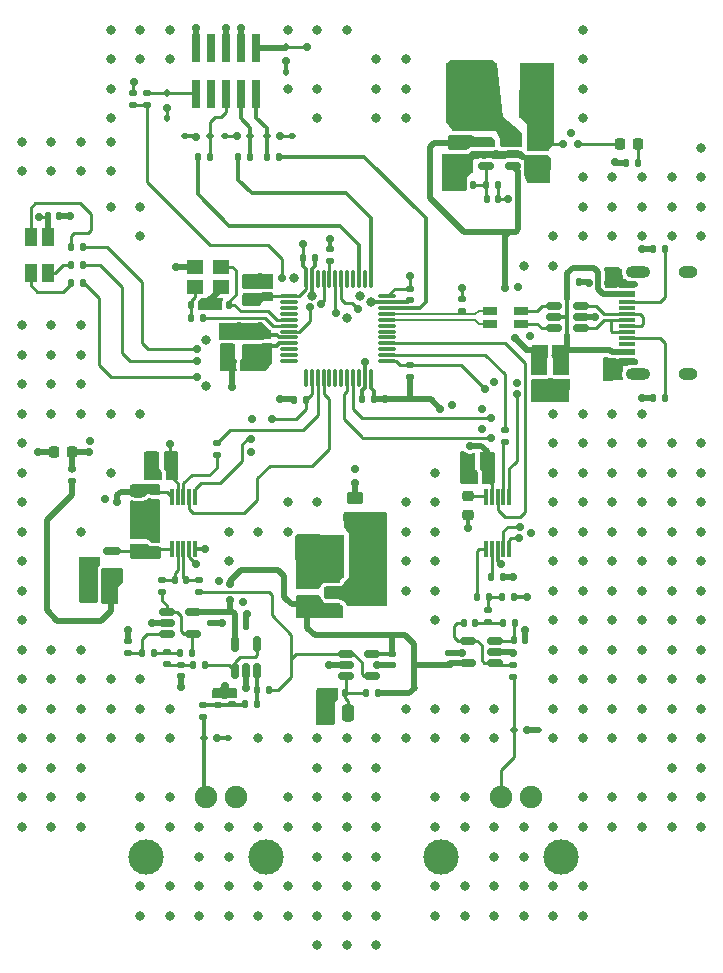
<source format=gbr>
%TF.GenerationSoftware,KiCad,Pcbnew,7.0.9*%
%TF.CreationDate,2024-01-09T08:16:38-05:00*%
%TF.ProjectId,mixed_signal_hw,6d697865-645f-4736-9967-6e616c5f6877,rev?*%
%TF.SameCoordinates,Original*%
%TF.FileFunction,Copper,L1,Top*%
%TF.FilePolarity,Positive*%
%FSLAX46Y46*%
G04 Gerber Fmt 4.6, Leading zero omitted, Abs format (unit mm)*
G04 Created by KiCad (PCBNEW 7.0.9) date 2024-01-09 08:16:38*
%MOMM*%
%LPD*%
G01*
G04 APERTURE LIST*
G04 Aperture macros list*
%AMRoundRect*
0 Rectangle with rounded corners*
0 $1 Rounding radius*
0 $2 $3 $4 $5 $6 $7 $8 $9 X,Y pos of 4 corners*
0 Add a 4 corners polygon primitive as box body*
4,1,4,$2,$3,$4,$5,$6,$7,$8,$9,$2,$3,0*
0 Add four circle primitives for the rounded corners*
1,1,$1+$1,$2,$3*
1,1,$1+$1,$4,$5*
1,1,$1+$1,$6,$7*
1,1,$1+$1,$8,$9*
0 Add four rect primitives between the rounded corners*
20,1,$1+$1,$2,$3,$4,$5,0*
20,1,$1+$1,$4,$5,$6,$7,0*
20,1,$1+$1,$6,$7,$8,$9,0*
20,1,$1+$1,$8,$9,$2,$3,0*%
%AMFreePoly0*
4,1,9,3.862500,-0.866500,0.737500,-0.866500,0.737500,-0.450000,-0.737500,-0.450000,-0.737500,0.450000,0.737500,0.450000,0.737500,0.866500,3.862500,0.866500,3.862500,-0.866500,3.862500,-0.866500,$1*%
G04 Aperture macros list end*
%TA.AperFunction,SMDPad,CuDef*%
%ADD10RoundRect,0.140000X0.170000X-0.140000X0.170000X0.140000X-0.170000X0.140000X-0.170000X-0.140000X0*%
%TD*%
%TA.AperFunction,SMDPad,CuDef*%
%ADD11RoundRect,0.150000X0.512500X0.150000X-0.512500X0.150000X-0.512500X-0.150000X0.512500X-0.150000X0*%
%TD*%
%TA.AperFunction,SMDPad,CuDef*%
%ADD12RoundRect,0.140000X0.140000X0.170000X-0.140000X0.170000X-0.140000X-0.170000X0.140000X-0.170000X0*%
%TD*%
%TA.AperFunction,SMDPad,CuDef*%
%ADD13RoundRect,0.075000X-0.662500X-0.075000X0.662500X-0.075000X0.662500X0.075000X-0.662500X0.075000X0*%
%TD*%
%TA.AperFunction,SMDPad,CuDef*%
%ADD14RoundRect,0.075000X-0.075000X-0.662500X0.075000X-0.662500X0.075000X0.662500X-0.075000X0.662500X0*%
%TD*%
%TA.AperFunction,SMDPad,CuDef*%
%ADD15RoundRect,0.135000X0.135000X0.185000X-0.135000X0.185000X-0.135000X-0.185000X0.135000X-0.185000X0*%
%TD*%
%TA.AperFunction,SMDPad,CuDef*%
%ADD16RoundRect,0.135000X-0.185000X0.135000X-0.185000X-0.135000X0.185000X-0.135000X0.185000X0.135000X0*%
%TD*%
%TA.AperFunction,SMDPad,CuDef*%
%ADD17RoundRect,0.225000X0.225000X0.250000X-0.225000X0.250000X-0.225000X-0.250000X0.225000X-0.250000X0*%
%TD*%
%TA.AperFunction,SMDPad,CuDef*%
%ADD18RoundRect,0.225000X0.250000X-0.225000X0.250000X0.225000X-0.250000X0.225000X-0.250000X-0.225000X0*%
%TD*%
%TA.AperFunction,SMDPad,CuDef*%
%ADD19RoundRect,0.225000X-0.250000X0.225000X-0.250000X-0.225000X0.250000X-0.225000X0.250000X0.225000X0*%
%TD*%
%TA.AperFunction,ComponentPad*%
%ADD20C,1.900000*%
%TD*%
%TA.AperFunction,ComponentPad*%
%ADD21C,3.000000*%
%TD*%
%TA.AperFunction,SMDPad,CuDef*%
%ADD22RoundRect,0.112500X0.112500X-0.187500X0.112500X0.187500X-0.112500X0.187500X-0.112500X-0.187500X0*%
%TD*%
%TA.AperFunction,SMDPad,CuDef*%
%ADD23RoundRect,0.140000X-0.140000X-0.170000X0.140000X-0.170000X0.140000X0.170000X-0.140000X0.170000X0*%
%TD*%
%TA.AperFunction,SMDPad,CuDef*%
%ADD24RoundRect,0.250000X0.475000X-0.250000X0.475000X0.250000X-0.475000X0.250000X-0.475000X-0.250000X0*%
%TD*%
%TA.AperFunction,SMDPad,CuDef*%
%ADD25R,0.300000X1.450000*%
%TD*%
%TA.AperFunction,SMDPad,CuDef*%
%ADD26RoundRect,0.135000X0.185000X-0.135000X0.185000X0.135000X-0.185000X0.135000X-0.185000X-0.135000X0*%
%TD*%
%TA.AperFunction,SMDPad,CuDef*%
%ADD27RoundRect,0.135000X-0.135000X-0.185000X0.135000X-0.185000X0.135000X0.185000X-0.135000X0.185000X0*%
%TD*%
%TA.AperFunction,SMDPad,CuDef*%
%ADD28R,1.300000X0.900000*%
%TD*%
%TA.AperFunction,SMDPad,CuDef*%
%ADD29FreePoly0,0.000000*%
%TD*%
%TA.AperFunction,SMDPad,CuDef*%
%ADD30R,2.350000X3.500000*%
%TD*%
%TA.AperFunction,SMDPad,CuDef*%
%ADD31RoundRect,0.250000X-0.475000X0.250000X-0.475000X-0.250000X0.475000X-0.250000X0.475000X0.250000X0*%
%TD*%
%TA.AperFunction,SMDPad,CuDef*%
%ADD32RoundRect,0.112500X-0.112500X0.187500X-0.112500X-0.187500X0.112500X-0.187500X0.112500X0.187500X0*%
%TD*%
%TA.AperFunction,SMDPad,CuDef*%
%ADD33R,1.100000X1.500000*%
%TD*%
%TA.AperFunction,SMDPad,CuDef*%
%ADD34RoundRect,0.140000X-0.170000X0.140000X-0.170000X-0.140000X0.170000X-0.140000X0.170000X0.140000X0*%
%TD*%
%TA.AperFunction,SMDPad,CuDef*%
%ADD35RoundRect,0.250000X-0.450000X0.262500X-0.450000X-0.262500X0.450000X-0.262500X0.450000X0.262500X0*%
%TD*%
%TA.AperFunction,SMDPad,CuDef*%
%ADD36R,1.200000X0.700000*%
%TD*%
%TA.AperFunction,SMDPad,CuDef*%
%ADD37R,0.740000X2.400000*%
%TD*%
%TA.AperFunction,SMDPad,CuDef*%
%ADD38RoundRect,0.112500X0.187500X0.112500X-0.187500X0.112500X-0.187500X-0.112500X0.187500X-0.112500X0*%
%TD*%
%TA.AperFunction,SMDPad,CuDef*%
%ADD39RoundRect,0.150000X0.150000X-0.512500X0.150000X0.512500X-0.150000X0.512500X-0.150000X-0.512500X0*%
%TD*%
%TA.AperFunction,SMDPad,CuDef*%
%ADD40R,1.400000X1.200000*%
%TD*%
%TA.AperFunction,SMDPad,CuDef*%
%ADD41RoundRect,0.250000X0.250000X0.475000X-0.250000X0.475000X-0.250000X-0.475000X0.250000X-0.475000X0*%
%TD*%
%TA.AperFunction,SMDPad,CuDef*%
%ADD42RoundRect,0.112500X-0.187500X-0.112500X0.187500X-0.112500X0.187500X0.112500X-0.187500X0.112500X0*%
%TD*%
%TA.AperFunction,SMDPad,CuDef*%
%ADD43RoundRect,0.150000X-0.512500X-0.150000X0.512500X-0.150000X0.512500X0.150000X-0.512500X0.150000X0*%
%TD*%
%TA.AperFunction,SMDPad,CuDef*%
%ADD44RoundRect,0.147500X0.147500X0.172500X-0.147500X0.172500X-0.147500X-0.172500X0.147500X-0.172500X0*%
%TD*%
%TA.AperFunction,SMDPad,CuDef*%
%ADD45R,1.450000X0.600000*%
%TD*%
%TA.AperFunction,SMDPad,CuDef*%
%ADD46R,1.450000X0.300000*%
%TD*%
%TA.AperFunction,ComponentPad*%
%ADD47O,2.100000X1.000000*%
%TD*%
%TA.AperFunction,ComponentPad*%
%ADD48O,1.600000X1.000000*%
%TD*%
%TA.AperFunction,SMDPad,CuDef*%
%ADD49RoundRect,0.218750X0.218750X0.256250X-0.218750X0.256250X-0.218750X-0.256250X0.218750X-0.256250X0*%
%TD*%
%TA.AperFunction,SMDPad,CuDef*%
%ADD50RoundRect,0.150000X0.587500X0.150000X-0.587500X0.150000X-0.587500X-0.150000X0.587500X-0.150000X0*%
%TD*%
%TA.AperFunction,ViaPad*%
%ADD51C,0.700000*%
%TD*%
%TA.AperFunction,ViaPad*%
%ADD52C,0.800000*%
%TD*%
%TA.AperFunction,Conductor*%
%ADD53C,0.300000*%
%TD*%
%TA.AperFunction,Conductor*%
%ADD54C,0.500000*%
%TD*%
%TA.AperFunction,Conductor*%
%ADD55C,0.293370*%
%TD*%
%TA.AperFunction,Conductor*%
%ADD56C,0.200000*%
%TD*%
%TA.AperFunction,Conductor*%
%ADD57C,0.261100*%
%TD*%
G04 APERTURE END LIST*
D10*
%TO.P,C300,1*%
%TO.N,/ADC/IN_RF*%
X115260600Y-112120000D03*
%TO.P,C300,2*%
%TO.N,GND*%
X115260600Y-111160000D03*
%TD*%
D11*
%TO.P,U100,1,EN*%
%TO.N,+5V*%
X139037500Y-66500000D03*
%TO.P,U100,2,GND*%
%TO.N,GND*%
X139037500Y-65550000D03*
%TO.P,U100,3,SW*%
%TO.N,/Power/BUCK_SW*%
X139037500Y-64600000D03*
%TO.P,U100,4,VIN*%
%TO.N,+5V*%
X136762500Y-64600000D03*
%TO.P,U100,5,FB*%
%TO.N,/Power/BUCK_FB*%
X136762500Y-66500000D03*
%TD*%
D12*
%TO.P,C305,1*%
%TO.N,/ADC/IN_AA_BUF_OUT*%
X111856400Y-107746800D03*
%TO.P,C305,2*%
%TO.N,Net-(C305-Pad2)*%
X110896400Y-107746800D03*
%TD*%
D13*
%TO.P,U200,1,VBAT*%
%TO.N,+3V3*%
X120125000Y-77549999D03*
%TO.P,U200,2,PC13*%
%TO.N,unconnected-(U200-PC13-Pad2)*%
X120125000Y-78049999D03*
%TO.P,U200,3,PC14*%
%TO.N,unconnected-(U200-PC14-Pad3)*%
X120125000Y-78549999D03*
%TO.P,U200,4,PC15*%
%TO.N,unconnected-(U200-PC15-Pad4)*%
X120125000Y-79049999D03*
%TO.P,U200,5,PD0*%
%TO.N,/MCU/HSE_IN*%
X120125000Y-79549999D03*
%TO.P,U200,6,PD1*%
%TO.N,/MCU/HSE_OUT*%
X120125000Y-80049999D03*
%TO.P,U200,7,NRST*%
%TO.N,/MCU/NRST*%
X120125000Y-80549999D03*
%TO.P,U200,8,VSSA*%
%TO.N,GND*%
X120125000Y-81049999D03*
%TO.P,U200,9,VDDA*%
%TO.N,VDDA*%
X120125000Y-81549999D03*
%TO.P,U200,10,PA0*%
%TO.N,unconnected-(U200-PA0-Pad10)*%
X120125000Y-82049999D03*
%TO.P,U200,11,PA1*%
%TO.N,unconnected-(U200-PA1-Pad11)*%
X120125000Y-82549999D03*
%TO.P,U200,12,PA2*%
%TO.N,unconnected-(U200-PA2-Pad12)*%
X120125000Y-83049999D03*
D14*
%TO.P,U200,13,PA3*%
%TO.N,unconnected-(U200-PA3-Pad13)*%
X121537500Y-84462499D03*
%TO.P,U200,14,PA4*%
%TO.N,SPI1_NSS*%
X122037500Y-84462499D03*
%TO.P,U200,15,PA5*%
%TO.N,SPI1_SCK*%
X122537500Y-84462499D03*
%TO.P,U200,16,PA6*%
%TO.N,SPI1_MISO*%
X123037500Y-84462499D03*
%TO.P,U200,17,PA7*%
%TO.N,unconnected-(U200-PA7-Pad17)*%
X123537500Y-84462499D03*
%TO.P,U200,18,PB0*%
%TO.N,unconnected-(U200-PB0-Pad18)*%
X124037500Y-84462499D03*
%TO.P,U200,19,PB1*%
%TO.N,unconnected-(U200-PB1-Pad19)*%
X124537500Y-84462499D03*
%TO.P,U200,20,PB2*%
%TO.N,DAC_NCLR*%
X125037500Y-84462499D03*
%TO.P,U200,21,PB10*%
%TO.N,DAC_NLDAC*%
X125537500Y-84462499D03*
%TO.P,U200,22,PB11*%
%TO.N,unconnected-(U200-PB11-Pad22)*%
X126037500Y-84462499D03*
%TO.P,U200,23,VSS*%
%TO.N,GND*%
X126537500Y-84462499D03*
%TO.P,U200,24,VDD*%
%TO.N,+3V3*%
X127037500Y-84462499D03*
D13*
%TO.P,U200,25,PB12*%
%TO.N,SPI2_NSS*%
X128450000Y-83049999D03*
%TO.P,U200,26,PB13*%
%TO.N,SPI2_SCK*%
X128450000Y-82549999D03*
%TO.P,U200,27,PB14*%
%TO.N,unconnected-(U200-PB14-Pad27)*%
X128450000Y-82049999D03*
%TO.P,U200,28,PB15*%
%TO.N,SPI2_MOSI*%
X128450000Y-81549999D03*
%TO.P,U200,29,PA8*%
%TO.N,unconnected-(U200-PA8-Pad29)*%
X128450000Y-81049999D03*
%TO.P,U200,30,PA9*%
%TO.N,unconnected-(U200-PA9-Pad30)*%
X128450000Y-80549999D03*
%TO.P,U200,31,PA10*%
%TO.N,unconnected-(U200-PA10-Pad31)*%
X128450000Y-80049999D03*
%TO.P,U200,32,PA11*%
%TO.N,/MCU/USB_D-*%
X128450000Y-79549999D03*
%TO.P,U200,33,PA12*%
%TO.N,/MCU/USB_D+*%
X128450000Y-79049999D03*
%TO.P,U200,34,PA13*%
%TO.N,/MCU/SWDIO*%
X128450000Y-78549999D03*
%TO.P,U200,35,VSS*%
%TO.N,GND*%
X128450000Y-78049999D03*
%TO.P,U200,36,VDD*%
%TO.N,+3V3*%
X128450000Y-77549999D03*
D14*
%TO.P,U200,37,PA14*%
%TO.N,/MCU/SWCLK*%
X127037500Y-76137499D03*
%TO.P,U200,38,PA15*%
%TO.N,unconnected-(U200-PA15-Pad38)*%
X126537500Y-76137499D03*
%TO.P,U200,39,PB3*%
%TO.N,/MCU/SWO*%
X126037500Y-76137499D03*
%TO.P,U200,40,PB4*%
%TO.N,unconnected-(U200-PB4-Pad40)*%
X125537500Y-76137499D03*
%TO.P,U200,41,PB5*%
%TO.N,unconnected-(U200-PB5-Pad41)*%
X125037500Y-76137499D03*
%TO.P,U200,42,PB6*%
%TO.N,/MCU/TIM4_CH2*%
X124537500Y-76137499D03*
%TO.P,U200,43,PB7*%
%TO.N,/MCU/TIM4_CH3*%
X124037500Y-76137499D03*
%TO.P,U200,44,BOOT0*%
%TO.N,/MCU/BOOT0*%
X123537500Y-76137499D03*
%TO.P,U200,45,PB8*%
%TO.N,/MCU/TIM4_CH1*%
X123037500Y-76137499D03*
%TO.P,U200,46,PB9*%
%TO.N,unconnected-(U200-PB9-Pad46)*%
X122537500Y-76137499D03*
%TO.P,U200,47,VSS*%
%TO.N,GND*%
X122037500Y-76137499D03*
%TO.P,U200,48,VDD*%
%TO.N,+3V3*%
X121537500Y-76137499D03*
%TD*%
D15*
%TO.P,R212,1*%
%TO.N,/MCU/CONN_SWO*%
X113410000Y-65760000D03*
%TO.P,R212,2*%
%TO.N,/MCU/SWO*%
X112390000Y-65760000D03*
%TD*%
D10*
%TO.P,C212,1*%
%TO.N,/MCU/NRST*%
X106940000Y-61350000D03*
%TO.P,C212,2*%
%TO.N,GND*%
X106940000Y-60390000D03*
%TD*%
D16*
%TO.P,R403,1*%
%TO.N,Net-(C403-Pad1)*%
X137000000Y-104160000D03*
%TO.P,R403,2*%
%TO.N,Net-(C405-Pad1)*%
X137000000Y-105180000D03*
%TD*%
D17*
%TO.P,C309,1*%
%TO.N,/ADC/ADC_VREF_VIN*%
X105019031Y-102910000D03*
%TO.P,C309,2*%
%TO.N,GND*%
X103469031Y-102910000D03*
%TD*%
D16*
%TO.P,R202,1*%
%TO.N,SPI2_NSS*%
X130390000Y-83370000D03*
%TO.P,R202,2*%
%TO.N,+3V3*%
X130390000Y-84390000D03*
%TD*%
D10*
%TO.P,C205,1*%
%TO.N,VDDA*%
X118287500Y-81779999D03*
%TO.P,C205,2*%
%TO.N,GND*%
X118287500Y-80819999D03*
%TD*%
D18*
%TO.P,C206,1*%
%TO.N,VDDA*%
X116787500Y-82079999D03*
%TO.P,C206,2*%
%TO.N,GND*%
X116787500Y-80529999D03*
%TD*%
D11*
%TO.P,U401,1*%
%TO.N,/DAC/OUT_AA_BUF_OUT*%
X137557500Y-108650000D03*
%TO.P,U401,2,V-*%
%TO.N,GND*%
X137557500Y-107700000D03*
%TO.P,U401,3,+*%
%TO.N,/DAC/OUT_AA_BUF_IN*%
X137557500Y-106750000D03*
%TO.P,U401,4,-*%
%TO.N,/DAC/OUT_AA_BUF_OUT*%
X135282500Y-106750000D03*
%TO.P,U401,5,V+*%
%TO.N,+3.3VA*%
X135282500Y-108650000D03*
%TD*%
D12*
%TO.P,C202,1*%
%TO.N,+3V3*%
X127267500Y-86299999D03*
%TO.P,C202,2*%
%TO.N,GND*%
X126307500Y-86299999D03*
%TD*%
D15*
%TO.P,R205,1*%
%TO.N,/MCU/USB_CONN_CC2*%
X151930000Y-73550000D03*
%TO.P,R205,2*%
%TO.N,GND*%
X150910000Y-73550000D03*
%TD*%
D19*
%TO.P,C100,1*%
%TO.N,VBUS*%
X143185000Y-83565000D03*
%TO.P,C100,2*%
%TO.N,GND*%
X143185000Y-85115000D03*
%TD*%
D20*
%TO.P,J300,1,In*%
%TO.N,/ADC/IN*%
X113080000Y-119920000D03*
D21*
%TO.P,J300,2,Ext*%
%TO.N,GND*%
X118160000Y-125000000D03*
D20*
X115620000Y-119920000D03*
D21*
X108000000Y-125000000D03*
%TD*%
D10*
%TO.P,C201,1*%
%TO.N,+3V3*%
X118287500Y-77529999D03*
%TO.P,C201,2*%
%TO.N,GND*%
X118287500Y-76569999D03*
%TD*%
D18*
%TO.P,C200,1*%
%TO.N,+3V3*%
X116787500Y-77849999D03*
%TO.P,C200,2*%
%TO.N,GND*%
X116787500Y-76299999D03*
%TD*%
D11*
%TO.P,U201,1,I/O1*%
%TO.N,/MCU/USB_CONN_D-*%
X144812500Y-80250000D03*
%TO.P,U201,2,GND*%
%TO.N,GND*%
X144812500Y-79300000D03*
%TO.P,U201,3,I/O2*%
%TO.N,/MCU/USB_CONN_D+*%
X144812500Y-78350000D03*
%TO.P,U201,4,I/O2*%
%TO.N,/MCU/USB_CMC_D+*%
X142537500Y-78350000D03*
%TO.P,U201,5,VBUS*%
%TO.N,VBUS*%
X142537500Y-79300000D03*
%TO.P,U201,6,I/O1*%
%TO.N,/MCU/USB_CMD_D-*%
X142537500Y-80250000D03*
%TD*%
D12*
%TO.P,C315,1*%
%TO.N,+3V3*%
X110069031Y-92750000D03*
%TO.P,C315,2*%
%TO.N,GND*%
X109109031Y-92750000D03*
%TD*%
D18*
%TO.P,C207,1*%
%TO.N,+3V3*%
X114887500Y-82079999D03*
%TO.P,C207,2*%
%TO.N,GND*%
X114887500Y-80529999D03*
%TD*%
D12*
%TO.P,C302,1*%
%TO.N,GND*%
X116510000Y-105450000D03*
%TO.P,C302,2*%
%TO.N,+3.3VA*%
X115550000Y-105450000D03*
%TD*%
D15*
%TO.P,R211,1*%
%TO.N,/MCU/CONN_SWCLK*%
X116850000Y-65790000D03*
%TO.P,R211,2*%
%TO.N,/MCU/SWCLK*%
X115830000Y-65790000D03*
%TD*%
D22*
%TO.P,D205,1,A1*%
%TO.N,GND*%
X109790000Y-62490000D03*
%TO.P,D205,2,A2*%
%TO.N,/MCU/CONN_NRST*%
X109790000Y-60390000D03*
%TD*%
D23*
%TO.P,C209,1*%
%TO.N,/MCU/XTAL_IN*%
X111827500Y-78299999D03*
%TO.P,C209,2*%
%TO.N,GND*%
X112787500Y-78299999D03*
%TD*%
D15*
%TO.P,R103,1*%
%TO.N,/Power/LED_PWR_K*%
X149690000Y-66240000D03*
%TO.P,R103,2*%
%TO.N,GND*%
X148670000Y-66240000D03*
%TD*%
D24*
%TO.P,C103,1*%
%TO.N,+3.3VA*%
X121676800Y-103657800D03*
%TO.P,C103,2*%
%TO.N,GND*%
X121676800Y-101757800D03*
%TD*%
D25*
%TO.P,U303,1,V_REF*%
%TO.N,/ADC/ADC_VREF*%
X110174031Y-98930000D03*
%TO.P,U303,2,+IN*%
%TO.N,/ADC/ADC_IN+*%
X110674031Y-98930000D03*
%TO.P,U303,3,-IN*%
%TO.N,/ADC/ADC_IN-*%
X111174031Y-98930000D03*
%TO.P,U303,4,GND*%
%TO.N,GND*%
X111674031Y-98930000D03*
%TO.P,U303,5,GND*%
X112174031Y-98930000D03*
%TO.P,U303,6,NCS*%
%TO.N,SPI1_NSS*%
X112174031Y-94530000D03*
%TO.P,U303,7,DOUT*%
%TO.N,SPI1_MISO*%
X111674031Y-94530000D03*
%TO.P,U303,8,SCLK*%
%TO.N,/ADC/ADC_SCLK*%
X111174031Y-94530000D03*
%TO.P,U303,9,VIO*%
%TO.N,+3V3*%
X110674031Y-94530000D03*
%TO.P,U303,10,VA*%
%TO.N,+3.3VA*%
X110174031Y-94530000D03*
%TD*%
D26*
%TO.P,R306,1*%
%TO.N,/ADC/IN_AA_BUF_OUT*%
X109340000Y-102600000D03*
%TO.P,R306,2*%
%TO.N,/ADC/ADC_IN+*%
X109340000Y-101580000D03*
%TD*%
D27*
%TO.P,R402,1*%
%TO.N,/DAC/DAC_OUT_A*%
X135990000Y-103030000D03*
%TO.P,R402,2*%
%TO.N,Net-(C403-Pad1)*%
X137010000Y-103030000D03*
%TD*%
D28*
%TO.P,U101,1,GND*%
%TO.N,GND*%
X123905700Y-101091000D03*
D29*
%TO.P,U101,2,VIN*%
%TO.N,/Power/+5V_FILT*%
X123993200Y-102591000D03*
D28*
%TO.P,U101,3,VOUT*%
%TO.N,+3.3VA*%
X123905700Y-104091000D03*
%TD*%
D10*
%TO.P,C108,1*%
%TO.N,GND*%
X128814200Y-108820000D03*
%TO.P,C108,2*%
%TO.N,+3.3VA*%
X128814200Y-107860000D03*
%TD*%
D19*
%TO.P,C101,1*%
%TO.N,+5V*%
X141335000Y-83565000D03*
%TO.P,C101,2*%
%TO.N,GND*%
X141335000Y-85115000D03*
%TD*%
D16*
%TO.P,R405,1*%
%TO.N,/DAC/OUT_AA_BUF_OUT*%
X139110000Y-108800000D03*
%TO.P,R405,2*%
%TO.N,/DAC/OUT*%
X139110000Y-109820000D03*
%TD*%
D30*
%TO.P,L101,1,1*%
%TO.N,/Power/BUCK_SW*%
X134975000Y-60000000D03*
%TO.P,L101,2,2*%
%TO.N,+3V3*%
X141025000Y-60000000D03*
%TD*%
D31*
%TO.P,C105,1*%
%TO.N,+3V3*%
X141258300Y-64584800D03*
%TO.P,C105,2*%
%TO.N,GND*%
X141258300Y-66484800D03*
%TD*%
D32*
%TO.P,D201,1,A1*%
%TO.N,+3V3*%
X119840000Y-56470000D03*
%TO.P,D201,2,A2*%
%TO.N,GND*%
X119840000Y-58570000D03*
%TD*%
D26*
%TO.P,R204,1*%
%TO.N,/MCU/USB_D+*%
X134800000Y-78800000D03*
%TO.P,R204,2*%
%TO.N,+3V3*%
X134800000Y-77780000D03*
%TD*%
D16*
%TO.P,R213,1*%
%TO.N,/MCU/CONN_NRST*%
X108100000Y-60350000D03*
%TO.P,R213,2*%
%TO.N,/MCU/NRST*%
X108100000Y-61370000D03*
%TD*%
D33*
%TO.P,D200,1,A*%
%TO.N,+3V3*%
X99740000Y-72580000D03*
%TO.P,D200,2,BK*%
%TO.N,/MCU/LED_B_K*%
X99740000Y-75580000D03*
%TO.P,D200,3,GK*%
%TO.N,/MCU/LED_G_K*%
X98240000Y-75580000D03*
%TO.P,D200,4,RK*%
%TO.N,/MCU/LED_R_K*%
X98240000Y-72580000D03*
%TD*%
D34*
%TO.P,C306,1*%
%TO.N,+3.3VA*%
X113512600Y-104272200D03*
%TO.P,C306,2*%
%TO.N,GND*%
X113512600Y-105232200D03*
%TD*%
D26*
%TO.P,R308,1*%
%TO.N,/ADC/ADC_VREF_VIN*%
X101696800Y-93193200D03*
%TO.P,R308,2*%
%TO.N,+5V*%
X101696800Y-92173200D03*
%TD*%
D16*
%TO.P,R309,1*%
%TO.N,SPI1_SCK*%
X113980000Y-90020000D03*
%TO.P,R309,2*%
%TO.N,/ADC/ADC_SCLK*%
X113980000Y-91040000D03*
%TD*%
D23*
%TO.P,C301,1*%
%TO.N,/ADC/IN_RF*%
X116422800Y-112105200D03*
%TO.P,C301,2*%
%TO.N,/ADC/IN_BUF*%
X117382800Y-112105200D03*
%TD*%
D15*
%TO.P,R302,1*%
%TO.N,VCOM*%
X118440000Y-110930000D03*
%TO.P,R302,2*%
%TO.N,/ADC/IN_BUF*%
X117420000Y-110930000D03*
%TD*%
D23*
%TO.P,C204,1*%
%TO.N,+3V3*%
X121327500Y-74299999D03*
%TO.P,C204,2*%
%TO.N,GND*%
X122287500Y-74299999D03*
%TD*%
D15*
%TO.P,R209,1*%
%TO.N,/MCU/TIM4_CH3*%
X102650000Y-74890000D03*
%TO.P,R209,2*%
%TO.N,/MCU/LED_B_K*%
X101630000Y-74890000D03*
%TD*%
D26*
%TO.P,R304,1*%
%TO.N,Net-(C303-Pad1)*%
X109778800Y-108716000D03*
%TO.P,R304,2*%
%TO.N,Net-(C305-Pad2)*%
X109778800Y-107696000D03*
%TD*%
D12*
%TO.P,C401,1*%
%TO.N,+3V3*%
X136825000Y-92980000D03*
%TO.P,C401,2*%
%TO.N,GND*%
X135865000Y-92980000D03*
%TD*%
D35*
%TO.P,R100,1*%
%TO.N,+5V*%
X125690000Y-94670000D03*
%TO.P,R100,2*%
%TO.N,/Power/+5V_FILT*%
X125690000Y-96495000D03*
%TD*%
D36*
%TO.P,FL201,1,1*%
%TO.N,/MCU/USB_CMD_D-*%
X139775000Y-79875000D03*
%TO.P,FL201,2,2*%
%TO.N,/MCU/USB_CMC_D+*%
X139775000Y-78775000D03*
%TO.P,FL201,3,3*%
%TO.N,/MCU/USB_D+*%
X137125000Y-78775000D03*
%TO.P,FL201,4,4*%
%TO.N,/MCU/USB_D-*%
X137125000Y-79875000D03*
%TD*%
D34*
%TO.P,C203,1*%
%TO.N,+3V3*%
X130320000Y-76940000D03*
%TO.P,C203,2*%
%TO.N,GND*%
X130320000Y-77900000D03*
%TD*%
D23*
%TO.P,C403,1*%
%TO.N,Net-(C403-Pad1)*%
X138180000Y-103040000D03*
%TO.P,C403,2*%
%TO.N,GND*%
X139140000Y-103040000D03*
%TD*%
D37*
%TO.P,J200,1,Pin_1*%
%TO.N,+3V3*%
X117320000Y-56530000D03*
%TO.P,J200,2,Pin_2*%
%TO.N,/MCU/CONN_SWDIO*%
X117320000Y-60430000D03*
%TO.P,J200,3,Pin_3*%
%TO.N,GND*%
X116050000Y-56530000D03*
%TO.P,J200,4,Pin_4*%
%TO.N,/MCU/CONN_SWCLK*%
X116050000Y-60430000D03*
%TO.P,J200,5,Pin_5*%
%TO.N,GND*%
X114780000Y-56530000D03*
%TO.P,J200,6,Pin_6*%
%TO.N,/MCU/CONN_SWO*%
X114780000Y-60430000D03*
%TO.P,J200,7,Pin_7*%
%TO.N,unconnected-(J200-Pin_7-Pad7)*%
X113510000Y-56530000D03*
%TO.P,J200,8,Pin_8*%
%TO.N,unconnected-(J200-Pin_8-Pad8)*%
X113510000Y-60430000D03*
%TO.P,J200,9,Pin_9*%
%TO.N,GND*%
X112240000Y-56530000D03*
%TO.P,J200,10,Pin_10*%
%TO.N,/MCU/CONN_NRST*%
X112240000Y-60430000D03*
%TD*%
D15*
%TO.P,R102,1*%
%TO.N,/Power/BUCK_FB*%
X135721100Y-68161200D03*
%TO.P,R102,2*%
%TO.N,GND*%
X134701100Y-68161200D03*
%TD*%
%TO.P,R104,1*%
%TO.N,+3.3VA*%
X127675200Y-111180000D03*
%TO.P,R104,2*%
%TO.N,/Power/VREF*%
X126655200Y-111180000D03*
%TD*%
D23*
%TO.P,C210,1*%
%TO.N,VBUS*%
X143670000Y-76390000D03*
%TO.P,C210,2*%
%TO.N,GND*%
X144630000Y-76390000D03*
%TD*%
D38*
%TO.P,D300,1,A1*%
%TO.N,GND*%
X114975000Y-114950000D03*
%TO.P,D300,2,A2*%
%TO.N,/ADC/IN*%
X112875000Y-114950000D03*
%TD*%
D17*
%TO.P,C308,1*%
%TO.N,+5V*%
X101730000Y-90750000D03*
%TO.P,C308,2*%
%TO.N,GND*%
X100180000Y-90750000D03*
%TD*%
D15*
%TO.P,R207,1*%
%TO.N,/MCU/TIM4_CH1*%
X102680000Y-73380000D03*
%TO.P,R207,2*%
%TO.N,/MCU/LED_R_K*%
X101660000Y-73380000D03*
%TD*%
D10*
%TO.P,C310,1*%
%TO.N,/ADC/ADC_VREF*%
X108744031Y-99100000D03*
%TO.P,C310,2*%
%TO.N,GND*%
X108744031Y-98140000D03*
%TD*%
D25*
%TO.P,U400,1,VOUT_A*%
%TO.N,/DAC/DAC_OUT_A*%
X136770000Y-98970000D03*
%TO.P,U400,2,VOUT_B*%
%TO.N,/DAC/DAC_OUT_B*%
X137270000Y-98970000D03*
%TO.P,U400,3,GND*%
%TO.N,GND*%
X137770000Y-98970000D03*
%TO.P,U400,4,NLDAC*%
%TO.N,DAC_NLDAC*%
X138270000Y-98970000D03*
%TO.P,U400,5,NCLR*%
%TO.N,DAC_NCLR*%
X138770000Y-98970000D03*
%TO.P,U400,6,NSYNC*%
%TO.N,SPI2_NSS*%
X138770000Y-94570000D03*
%TO.P,U400,7,SCLK*%
%TO.N,/DAC/DAC_SCLK*%
X138270000Y-94570000D03*
%TO.P,U400,8,DIN*%
%TO.N,SPI2_MOSI*%
X137770000Y-94570000D03*
%TO.P,U400,9,AVDD*%
%TO.N,+3V3*%
X137270000Y-94570000D03*
%TO.P,U400,10,VREFIN/VREFOUT*%
%TO.N,/DAC/DAC_VREF*%
X136770000Y-94570000D03*
%TD*%
D39*
%TO.P,U300,1*%
%TO.N,/ADC/IN_BUF_OUT*%
X115536800Y-109283600D03*
%TO.P,U300,2,V-*%
%TO.N,GND*%
X116486800Y-109283600D03*
%TO.P,U300,3,+*%
%TO.N,/ADC/IN_BUF*%
X117436800Y-109283600D03*
%TO.P,U300,4,-*%
%TO.N,/ADC/IN_BUF_OUT*%
X117436800Y-107008600D03*
%TO.P,U300,5,V+*%
%TO.N,+3.3VA*%
X115536800Y-107008600D03*
%TD*%
D27*
%TO.P,R210,1*%
%TO.N,/MCU/CONN_SWDIO*%
X118240000Y-65760000D03*
%TO.P,R210,2*%
%TO.N,/MCU/SWDIO*%
X119260000Y-65760000D03*
%TD*%
D20*
%TO.P,J400,1,In*%
%TO.N,/DAC/OUT*%
X138023600Y-119920000D03*
D21*
%TO.P,J400,2,Ext*%
%TO.N,GND*%
X143103600Y-125000000D03*
D20*
X140563600Y-119920000D03*
D21*
X132943600Y-125000000D03*
%TD*%
D27*
%TO.P,R401,1*%
%TO.N,/DAC/DAC_OUT_B*%
X137195000Y-101370000D03*
%TO.P,R401,2*%
%TO.N,GND*%
X138215000Y-101370000D03*
%TD*%
D40*
%TO.P,Y200,1,1*%
%TO.N,/MCU/HSE_IN*%
X114362500Y-75099999D03*
%TO.P,Y200,2,2*%
%TO.N,GND*%
X112162500Y-75099999D03*
%TO.P,Y200,3,3*%
%TO.N,/MCU/XTAL_IN*%
X112162500Y-76799999D03*
%TO.P,Y200,4,4*%
%TO.N,GND*%
X114362500Y-76799999D03*
%TD*%
D15*
%TO.P,R105,1*%
%TO.N,/Power/VREF*%
X124877200Y-111180000D03*
%TO.P,R105,2*%
%TO.N,GND*%
X123857200Y-111180000D03*
%TD*%
%TO.P,R206,1*%
%TO.N,/MCU/USB_CONN_CC1*%
X151980000Y-86180000D03*
%TO.P,R206,2*%
%TO.N,GND*%
X150960000Y-86180000D03*
%TD*%
D10*
%TO.P,C304,1*%
%TO.N,/ADC/IN_AA_BUF_IN*%
X106500000Y-107750000D03*
%TO.P,C304,2*%
%TO.N,GND*%
X106500000Y-106790000D03*
%TD*%
D41*
%TO.P,C107,1*%
%TO.N,/Power/VREF*%
X125100000Y-112860000D03*
%TO.P,C107,2*%
%TO.N,GND*%
X123200000Y-112860000D03*
%TD*%
D27*
%TO.P,R404,1*%
%TO.N,Net-(C405-Pad1)*%
X138190000Y-105200000D03*
%TO.P,R404,2*%
%TO.N,/DAC/OUT_AA_BUF_IN*%
X139210000Y-105200000D03*
%TD*%
D34*
%TO.P,C406,1*%
%TO.N,GND*%
X133618400Y-107800000D03*
%TO.P,C406,2*%
%TO.N,+3.3VA*%
X133618400Y-108760000D03*
%TD*%
D23*
%TO.P,C404,1*%
%TO.N,/DAC/OUT_AA_BUF_IN*%
X139120000Y-106700000D03*
%TO.P,C404,2*%
%TO.N,GND*%
X140080000Y-106700000D03*
%TD*%
D42*
%TO.P,D400,1,A1*%
%TO.N,/DAC/OUT*%
X139120000Y-114320000D03*
%TO.P,D400,2,A2*%
%TO.N,GND*%
X141220000Y-114320000D03*
%TD*%
D17*
%TO.P,C400,1*%
%TO.N,+3V3*%
X136840000Y-91450000D03*
%TO.P,C400,2*%
%TO.N,GND*%
X135290000Y-91450000D03*
%TD*%
D26*
%TO.P,R300,1*%
%TO.N,/ADC/IN*%
X112850600Y-113190000D03*
%TO.P,R300,2*%
%TO.N,/ADC/IN_RF*%
X112850600Y-112170000D03*
%TD*%
D43*
%TO.P,U102,1*%
%TO.N,VCOM*%
X124902600Y-107857600D03*
%TO.P,U102,2,V-*%
%TO.N,GND*%
X124902600Y-108807600D03*
%TO.P,U102,3,+*%
%TO.N,/Power/VREF*%
X124902600Y-109757600D03*
%TO.P,U102,4,-*%
%TO.N,VCOM*%
X127177600Y-109757600D03*
%TO.P,U102,5,V+*%
%TO.N,+3.3VA*%
X127177600Y-107857600D03*
%TD*%
D16*
%TO.P,R200,1*%
%TO.N,GND*%
X123560000Y-73540000D03*
%TO.P,R200,2*%
%TO.N,/MCU/BOOT0*%
X123560000Y-74560000D03*
%TD*%
D42*
%TO.P,D204,1,A1*%
%TO.N,GND*%
X111330000Y-64030000D03*
%TO.P,D204,2,A2*%
%TO.N,/MCU/CONN_SWO*%
X113430000Y-64030000D03*
%TD*%
D15*
%TO.P,R303,1*%
%TO.N,/ADC/IN_BUF_OUT*%
X112990000Y-108810000D03*
%TO.P,R303,2*%
%TO.N,Net-(C303-Pad1)*%
X111970000Y-108810000D03*
%TD*%
D44*
%TO.P,L100,1,1*%
%TO.N,VBUS*%
X142755000Y-82140000D03*
%TO.P,L100,2,2*%
%TO.N,+5V*%
X141785000Y-82140000D03*
%TD*%
D34*
%TO.P,C312,1*%
%TO.N,+3.3VA*%
X108764031Y-94150000D03*
%TO.P,C312,2*%
%TO.N,GND*%
X108764031Y-95110000D03*
%TD*%
D12*
%TO.P,C208,1*%
%TO.N,/MCU/HSE_IN*%
X115037500Y-78299999D03*
%TO.P,C208,2*%
%TO.N,GND*%
X114077500Y-78299999D03*
%TD*%
%TO.P,C405,1*%
%TO.N,Net-(C405-Pad1)*%
X135850000Y-105190000D03*
%TO.P,C405,2*%
%TO.N,/DAC/OUT_AA_BUF_OUT*%
X134890000Y-105190000D03*
%TD*%
D16*
%TO.P,R301,1*%
%TO.N,GND*%
X114060600Y-111140000D03*
%TO.P,R301,2*%
%TO.N,/ADC/IN_RF*%
X114060600Y-112160000D03*
%TD*%
D34*
%TO.P,C303,1*%
%TO.N,Net-(C303-Pad1)*%
X110930000Y-108780000D03*
%TO.P,C303,2*%
%TO.N,GND*%
X110930000Y-109740000D03*
%TD*%
D45*
%TO.P,J201,A1,GND*%
%TO.N,GND*%
X148765000Y-83075000D03*
%TO.P,J201,A4,VBUS*%
%TO.N,VBUS*%
X148765000Y-82275000D03*
D46*
%TO.P,J201,A5,CC1*%
%TO.N,/MCU/USB_CONN_CC1*%
X148765000Y-81075000D03*
%TO.P,J201,A6,D+*%
%TO.N,/MCU/USB_CONN_D+*%
X148765000Y-80075000D03*
%TO.P,J201,A7,D-*%
%TO.N,/MCU/USB_CONN_D-*%
X148765000Y-79575000D03*
%TO.P,J201,A8,SBU1*%
%TO.N,unconnected-(J201-SBU1-PadA8)*%
X148765000Y-78575000D03*
D45*
%TO.P,J201,A9,VBUS*%
%TO.N,VBUS*%
X148765000Y-77375000D03*
%TO.P,J201,A12,GND*%
%TO.N,GND*%
X148765000Y-76575000D03*
%TO.P,J201,B1,GND*%
X148765000Y-76575000D03*
%TO.P,J201,B4,VBUS*%
%TO.N,VBUS*%
X148765000Y-77375000D03*
D46*
%TO.P,J201,B5,CC2*%
%TO.N,/MCU/USB_CONN_CC2*%
X148765000Y-78075000D03*
%TO.P,J201,B6,D+*%
%TO.N,/MCU/USB_CONN_D+*%
X148765000Y-79075000D03*
%TO.P,J201,B7,D-*%
%TO.N,/MCU/USB_CONN_D-*%
X148765000Y-80575000D03*
%TO.P,J201,B8,SBU2*%
%TO.N,unconnected-(J201-SBU2-PadB8)*%
X148765000Y-81575000D03*
D45*
%TO.P,J201,B9,VBUS*%
%TO.N,VBUS*%
X148765000Y-82275000D03*
%TO.P,J201,B12,GND*%
%TO.N,GND*%
X148765000Y-83075000D03*
D47*
%TO.P,J201,S1,SHIELD*%
%TO.N,unconnected-(J201-SHIELD-PadS1)*%
X149680000Y-84145000D03*
D48*
X153860000Y-84145000D03*
D47*
X149680000Y-75505000D03*
D48*
X153860000Y-75505000D03*
%TD*%
D16*
%TO.P,R400,1*%
%TO.N,SPI2_SCK*%
X138365000Y-88890000D03*
%TO.P,R400,2*%
%TO.N,/DAC/DAC_SCLK*%
X138365000Y-89910000D03*
%TD*%
D41*
%TO.P,C102,1*%
%TO.N,/Power/+5V_FILT*%
X125791600Y-98730200D03*
%TO.P,C102,2*%
%TO.N,GND*%
X123891600Y-98730200D03*
%TD*%
D15*
%TO.P,R101,1*%
%TO.N,+3V3*%
X137831300Y-68151000D03*
%TO.P,R101,2*%
%TO.N,/Power/BUCK_FB*%
X136811300Y-68151000D03*
%TD*%
D19*
%TO.P,C402,1*%
%TO.N,/DAC/DAC_VREF*%
X135240000Y-94500000D03*
%TO.P,C402,2*%
%TO.N,GND*%
X135240000Y-96050000D03*
%TD*%
D38*
%TO.P,D203,1,A1*%
%TO.N,/MCU/CONN_SWCLK*%
X116820000Y-64030000D03*
%TO.P,D203,2,A2*%
%TO.N,GND*%
X114720000Y-64030000D03*
%TD*%
D12*
%TO.P,C106,1*%
%TO.N,+3V3*%
X137829300Y-69304200D03*
%TO.P,C106,2*%
%TO.N,/Power/BUCK_FB*%
X136869300Y-69304200D03*
%TD*%
D26*
%TO.P,R307,1*%
%TO.N,VCOM*%
X112522000Y-102610000D03*
%TO.P,R307,2*%
%TO.N,/ADC/ADC_IN-*%
X112522000Y-101590000D03*
%TD*%
D31*
%TO.P,C104,1*%
%TO.N,+5V*%
X134527300Y-64584800D03*
%TO.P,C104,2*%
%TO.N,GND*%
X134527300Y-66484800D03*
%TD*%
D15*
%TO.P,R208,1*%
%TO.N,/MCU/TIM4_CH2*%
X102650000Y-76440000D03*
%TO.P,R208,2*%
%TO.N,/MCU/LED_G_K*%
X101630000Y-76440000D03*
%TD*%
D23*
%TO.P,C307,1*%
%TO.N,/ADC/ADC_IN+*%
X110440000Y-101620000D03*
%TO.P,C307,2*%
%TO.N,/ADC/ADC_IN-*%
X111400000Y-101620000D03*
%TD*%
D42*
%TO.P,D202,1,A1*%
%TO.N,/MCU/CONN_SWDIO*%
X118240000Y-64020000D03*
%TO.P,D202,2,A2*%
%TO.N,GND*%
X120340000Y-64020000D03*
%TD*%
D43*
%TO.P,U301,1*%
%TO.N,/ADC/IN_AA_BUF_OUT*%
X109739000Y-104267000D03*
%TO.P,U301,2,V-*%
%TO.N,GND*%
X109739000Y-105217000D03*
%TO.P,U301,3,+*%
%TO.N,/ADC/IN_AA_BUF_IN*%
X109739000Y-106167000D03*
%TO.P,U301,4,-*%
%TO.N,/ADC/IN_AA_BUF_OUT*%
X112014000Y-106167000D03*
%TO.P,U301,5,V+*%
%TO.N,+3.3VA*%
X112014000Y-104267000D03*
%TD*%
D49*
%TO.P,D100,1,K*%
%TO.N,/Power/LED_PWR_K*%
X149695000Y-64700000D03*
%TO.P,D100,2,A*%
%TO.N,+3V3*%
X148120000Y-64700000D03*
%TD*%
D23*
%TO.P,C211,1*%
%TO.N,+3V3*%
X99715000Y-70748400D03*
%TO.P,C211,2*%
%TO.N,GND*%
X100675000Y-70748400D03*
%TD*%
D50*
%TO.P,U302,1,IN*%
%TO.N,/ADC/ADC_VREF_VIN*%
X105161531Y-101040000D03*
%TO.P,U302,2,OUT*%
%TO.N,/ADC/ADC_VREF*%
X105161531Y-99140000D03*
%TO.P,U302,3,GND*%
%TO.N,GND*%
X103286531Y-100090000D03*
%TD*%
D27*
%TO.P,R201,1*%
%TO.N,/MCU/XTAL_IN*%
X111777500Y-79424999D03*
%TO.P,R201,2*%
%TO.N,/MCU/HSE_OUT*%
X112797500Y-79424999D03*
%TD*%
D18*
%TO.P,C311,1*%
%TO.N,/ADC/ADC_VREF*%
X107344031Y-99110000D03*
%TO.P,C311,2*%
%TO.N,GND*%
X107344031Y-97560000D03*
%TD*%
D15*
%TO.P,R305,1*%
%TO.N,Net-(C305-Pad2)*%
X108675000Y-107750000D03*
%TO.P,R305,2*%
%TO.N,/ADC/IN_AA_BUF_IN*%
X107655000Y-107750000D03*
%TD*%
%TO.P,R203,1*%
%TO.N,SPI1_NSS*%
X121540000Y-86310000D03*
%TO.P,R203,2*%
%TO.N,+3V3*%
X120520000Y-86310000D03*
%TD*%
D19*
%TO.P,C313,1*%
%TO.N,+3.3VA*%
X107344031Y-94160000D03*
%TO.P,C313,2*%
%TO.N,GND*%
X107344031Y-95710000D03*
%TD*%
D44*
%TO.P,L200,1,1*%
%TO.N,VDDA*%
X116257500Y-83479999D03*
%TO.P,L200,2,2*%
%TO.N,+3V3*%
X115287500Y-83479999D03*
%TD*%
D17*
%TO.P,C314,1*%
%TO.N,+3V3*%
X110055000Y-91360000D03*
%TO.P,C314,2*%
%TO.N,GND*%
X108505000Y-91360000D03*
%TD*%
D51*
%TO.N,GND*%
X147790000Y-84200000D03*
X135250000Y-97225000D03*
X140240000Y-114310000D03*
D52*
X105000000Y-67000000D03*
D51*
X126537500Y-83124999D03*
X106960000Y-59400000D03*
D52*
X110000000Y-112500000D03*
X155000000Y-105000000D03*
X122500000Y-120000000D03*
X147500000Y-67500000D03*
X105000000Y-55000000D03*
X125000000Y-127500000D03*
D51*
X123560000Y-72685000D03*
D52*
X100000000Y-64500000D03*
X102500000Y-122500000D03*
X150000000Y-105000000D03*
D51*
X146050000Y-79300000D03*
X103290000Y-89850000D03*
D52*
X97500000Y-102500000D03*
X125000000Y-115000000D03*
X97500000Y-112500000D03*
X152500000Y-72500000D03*
X142500000Y-130000000D03*
X142500000Y-75000000D03*
X120000000Y-120000000D03*
X127500000Y-127500000D03*
D51*
X127590000Y-108795000D03*
D52*
X105000000Y-70000000D03*
X147500000Y-72500000D03*
D51*
X108750000Y-97250000D03*
X116890000Y-90770000D03*
D52*
X130000000Y-112500000D03*
D51*
X113437500Y-77849999D03*
D52*
X125000000Y-117500000D03*
X107500000Y-112500000D03*
X100000000Y-122500000D03*
X130000000Y-95000000D03*
X102500000Y-117500000D03*
D51*
X107350000Y-96625000D03*
D52*
X97500000Y-107500000D03*
X107500000Y-120000000D03*
X142500000Y-122500000D03*
X120000000Y-115000000D03*
D51*
X122395627Y-100337882D03*
X101590000Y-70755000D03*
D52*
X140000000Y-75000000D03*
D51*
X139070000Y-101345000D03*
D52*
X145000000Y-105000000D03*
X147500000Y-95000000D03*
X137500000Y-115000000D03*
X126100000Y-77540000D03*
X97500000Y-100000000D03*
X137500000Y-125000000D03*
X130000000Y-57500000D03*
X100000000Y-112500000D03*
X102500000Y-64500000D03*
D51*
X117687500Y-75924999D03*
D52*
X135000000Y-122500000D03*
X145000000Y-110000000D03*
X102500000Y-112500000D03*
X132500000Y-92500000D03*
X152500000Y-67500000D03*
X142500000Y-107500000D03*
X120000000Y-60000000D03*
X132500000Y-95000000D03*
X115000000Y-100000000D03*
X150000000Y-97500000D03*
X115000000Y-130000000D03*
X112500000Y-125000000D03*
D51*
X112225000Y-64040000D03*
X114675000Y-110575000D03*
X147120000Y-76400000D03*
D52*
X122500000Y-117500000D03*
D51*
X116960000Y-87930000D03*
D52*
X130000000Y-60000000D03*
X110000000Y-130000000D03*
D51*
X140230000Y-103060000D03*
D52*
X152500000Y-110000000D03*
X115000000Y-127500000D03*
X100000000Y-107500000D03*
D51*
X143960000Y-63750000D03*
D52*
X105000000Y-87500000D03*
X152500000Y-92500000D03*
X120000000Y-55000000D03*
D51*
X116060000Y-54810000D03*
D52*
X117500000Y-122500000D03*
X147500000Y-105000000D03*
X137500000Y-130000000D03*
X97500000Y-115000000D03*
X147500000Y-70000000D03*
D51*
X140510000Y-80910000D03*
D52*
X132500000Y-130000000D03*
X127500000Y-125000000D03*
X122500000Y-132500000D03*
X110000000Y-55000000D03*
D51*
X116525000Y-104475000D03*
D52*
X125000000Y-55000000D03*
D51*
X136480000Y-88820000D03*
X115837500Y-80099999D03*
D52*
X140000000Y-127500000D03*
X152500000Y-112500000D03*
X152500000Y-100000000D03*
X155000000Y-90000000D03*
X100000000Y-85000000D03*
X97500000Y-82500000D03*
X127500000Y-115000000D03*
X102500000Y-97500000D03*
D51*
X145480500Y-76400000D03*
D52*
X142500000Y-92500000D03*
X147500000Y-97500000D03*
X140000000Y-125000000D03*
X100000000Y-117500000D03*
X145000000Y-102500000D03*
X155000000Y-100000000D03*
X110000000Y-120000000D03*
D51*
X136630000Y-65570000D03*
X141660000Y-67530000D03*
D52*
X127062500Y-78024999D03*
X145000000Y-67500000D03*
D51*
X114780000Y-54820000D03*
D52*
X105000000Y-62500000D03*
D51*
X123490000Y-108770000D03*
D52*
X145000000Y-62500000D03*
X122500000Y-127500000D03*
X150000000Y-115000000D03*
X105000000Y-92500000D03*
X145000000Y-122500000D03*
X132500000Y-112500000D03*
D51*
X114188721Y-101696627D03*
D52*
X140000000Y-122500000D03*
X150000000Y-72500000D03*
X155000000Y-70000000D03*
D51*
X103275000Y-101975000D03*
D52*
X97500000Y-87500000D03*
X155000000Y-97500000D03*
X150000000Y-90000000D03*
X112500000Y-122500000D03*
X147500000Y-90000000D03*
D51*
X109760000Y-61600000D03*
D52*
X130000000Y-97500000D03*
X102500000Y-107500000D03*
X145000000Y-90000000D03*
X142500000Y-115000000D03*
X147500000Y-102500000D03*
X155000000Y-65000000D03*
X155000000Y-115000000D03*
X142500000Y-90000000D03*
X155000000Y-95000000D03*
X142500000Y-105000000D03*
X147500000Y-120000000D03*
X145000000Y-97500000D03*
X155000000Y-110000000D03*
D51*
X150000000Y-86160000D03*
D52*
X147500000Y-115000000D03*
X122500000Y-60000000D03*
X107500000Y-87500000D03*
X145000000Y-112500000D03*
D51*
X133430000Y-67420000D03*
D52*
X152500000Y-117500000D03*
D51*
X121270000Y-100410000D03*
D52*
X107500000Y-130000000D03*
X100000000Y-87500000D03*
D51*
X108750000Y-96000000D03*
D52*
X117500000Y-115000000D03*
D51*
X133940000Y-86750000D03*
X104570000Y-94760000D03*
D52*
X150000000Y-100000000D03*
X142500000Y-127500000D03*
X102500000Y-85000000D03*
D51*
X125730000Y-92202000D03*
D52*
X152500000Y-95000000D03*
X137500000Y-112500000D03*
X127500000Y-132500000D03*
X142500000Y-72500000D03*
X97500000Y-90000000D03*
X135000000Y-120000000D03*
D51*
X149970000Y-73560000D03*
D52*
X100000000Y-120000000D03*
X120000000Y-97500000D03*
X107500000Y-70000000D03*
D51*
X135185000Y-92455000D03*
D52*
X150000000Y-110000000D03*
X122500000Y-130000000D03*
X150000000Y-112500000D03*
X155000000Y-102500000D03*
D51*
X113000000Y-98925000D03*
X140600000Y-97600000D03*
D52*
X97500000Y-105000000D03*
X132500000Y-127500000D03*
X130000000Y-62500000D03*
X120000000Y-95000000D03*
X122500000Y-55000000D03*
X150000000Y-120000000D03*
X145000000Y-130000000D03*
X155000000Y-120000000D03*
X117500000Y-127500000D03*
X132500000Y-115000000D03*
X137500000Y-127500000D03*
X97500000Y-110000000D03*
X145000000Y-57500000D03*
X110000000Y-122500000D03*
X147500000Y-107500000D03*
X102500000Y-115000000D03*
X147500000Y-110000000D03*
X150000000Y-95000000D03*
X145000000Y-92500000D03*
X142500000Y-100000000D03*
X155000000Y-67500000D03*
D51*
X122360000Y-98430000D03*
D52*
X115000000Y-125000000D03*
X105000000Y-115000000D03*
X105000000Y-57500000D03*
X145000000Y-87500000D03*
X150000000Y-122500000D03*
X107500000Y-122500000D03*
X120000000Y-127500000D03*
X105000000Y-110000000D03*
D51*
X103275000Y-101050000D03*
D52*
X142500000Y-110000000D03*
X150000000Y-107500000D03*
X132500000Y-122500000D03*
X145000000Y-115000000D03*
X147500000Y-92500000D03*
X102500000Y-80000000D03*
D51*
X119350000Y-64000000D03*
D52*
X100000000Y-67000000D03*
X155000000Y-122500000D03*
X102500000Y-110000000D03*
D51*
X137500000Y-84810000D03*
D52*
X127500000Y-122500000D03*
X155000000Y-112500000D03*
D51*
X106500800Y-105858200D03*
X141340000Y-86080000D03*
D52*
X122500000Y-122500000D03*
X152500000Y-70000000D03*
D51*
X122890000Y-111240000D03*
D52*
X102500000Y-87500000D03*
X135000000Y-112500000D03*
D51*
X114425000Y-105225000D03*
D52*
X130000000Y-115000000D03*
X105000000Y-60000000D03*
X107500000Y-55000000D03*
X127500000Y-120000000D03*
X135000000Y-127500000D03*
X155000000Y-117500000D03*
X107500000Y-115000000D03*
X102500000Y-82500000D03*
X117500000Y-130000000D03*
X117500000Y-97500000D03*
X107500000Y-72500000D03*
D51*
X117687500Y-80099999D03*
D52*
X122500000Y-95000000D03*
X145000000Y-60000000D03*
X142500000Y-95000000D03*
D51*
X133920000Y-68200000D03*
D52*
X107500000Y-110000000D03*
D51*
X108235000Y-92755000D03*
D52*
X122037500Y-77499999D03*
X127500000Y-62500000D03*
X127500000Y-130000000D03*
X100000000Y-115000000D03*
X147500000Y-112500000D03*
X152500000Y-97500000D03*
D51*
X139040000Y-107760000D03*
D52*
X105000000Y-64500000D03*
X147500000Y-100000000D03*
D51*
X147200000Y-83290000D03*
D52*
X97500000Y-64500000D03*
X125000000Y-125000000D03*
D51*
X122360000Y-99400000D03*
D52*
X142500000Y-102500000D03*
X125050000Y-79410000D03*
X150000000Y-67500000D03*
D51*
X112250000Y-100250000D03*
D52*
X107500000Y-127500000D03*
X132500000Y-102500000D03*
X132500000Y-97500000D03*
D51*
X147730000Y-66200000D03*
D52*
X110000000Y-57500000D03*
X150000000Y-92500000D03*
X135000000Y-130000000D03*
X122500000Y-62500000D03*
D51*
X147840000Y-75540000D03*
X114050000Y-114950000D03*
X110970000Y-110660000D03*
X140730000Y-67540000D03*
D52*
X97500000Y-95000000D03*
X127500000Y-117500000D03*
X97500000Y-92500000D03*
D51*
X116460000Y-110700000D03*
D52*
X97500000Y-80000000D03*
X125000000Y-122500000D03*
X140000000Y-130000000D03*
X112500000Y-127500000D03*
D51*
X136470000Y-87080000D03*
X121290000Y-98430000D03*
D52*
X145000000Y-100000000D03*
X145000000Y-72500000D03*
X102500000Y-120000000D03*
X100000000Y-80000000D03*
D51*
X137670000Y-65540000D03*
D52*
X135000000Y-115000000D03*
X150000000Y-87500000D03*
X97500000Y-120000000D03*
X127500000Y-60000000D03*
X97500000Y-67000000D03*
X145000000Y-95000000D03*
X155000000Y-107500000D03*
X97500000Y-97500000D03*
X132500000Y-100000000D03*
X142500000Y-97500000D03*
X152500000Y-115000000D03*
X97500000Y-122500000D03*
X100000000Y-82500000D03*
D51*
X134780000Y-107750000D03*
D52*
X122500000Y-125000000D03*
X152500000Y-105000000D03*
D51*
X139380000Y-84920000D03*
D52*
X152500000Y-90000000D03*
X125000000Y-132500000D03*
X113070000Y-85200000D03*
X152500000Y-122500000D03*
X150000000Y-102500000D03*
X125000000Y-120000000D03*
D51*
X139460000Y-76750000D03*
D52*
X147500000Y-87500000D03*
X113060000Y-81230000D03*
X145000000Y-70000000D03*
X155000000Y-92500000D03*
X145000000Y-107500000D03*
X147500000Y-122500000D03*
X142500000Y-87500000D03*
X145000000Y-127500000D03*
X137500000Y-122500000D03*
D51*
X98900000Y-90720000D03*
D52*
X150000000Y-70000000D03*
X115000000Y-97500000D03*
X120000000Y-130000000D03*
X152500000Y-120000000D03*
X105000000Y-112500000D03*
X102500000Y-67000000D03*
X107500000Y-57500000D03*
X120560000Y-75980000D03*
X112500000Y-130000000D03*
D51*
X140090000Y-105840000D03*
D52*
X115000000Y-122500000D03*
X155000000Y-72500000D03*
D51*
X116240000Y-103490000D03*
D52*
X110000000Y-127500000D03*
X152500000Y-107500000D03*
X145000000Y-120000000D03*
D51*
X121290000Y-99400000D03*
X143170000Y-86070000D03*
D52*
X125000000Y-130000000D03*
X152500000Y-102500000D03*
D51*
X108500000Y-105250000D03*
D52*
X130000000Y-100000000D03*
X97500000Y-85000000D03*
D51*
X119835000Y-57605000D03*
D52*
X132500000Y-120000000D03*
X142500000Y-112500000D03*
D51*
X115730000Y-64030000D03*
D52*
X132500000Y-105000000D03*
X97500000Y-117500000D03*
D51*
X110562500Y-75099999D03*
X112250000Y-54830000D03*
D52*
X110000000Y-115000000D03*
X100000000Y-110000000D03*
X130000000Y-102500000D03*
D51*
X138047376Y-100239681D03*
D52*
X127500000Y-57500000D03*
X145000000Y-55000000D03*
X120000000Y-122500000D03*
X122500000Y-115000000D03*
D51*
%TO.N,+5V*%
X139210000Y-81100000D03*
X103140000Y-90750000D03*
X125700000Y-93340000D03*
X138420000Y-76840000D03*
%TO.N,+3.3VA*%
X105580000Y-95010000D03*
X115120000Y-103306185D03*
X115100000Y-101890000D03*
%TO.N,+3V3*%
X144550000Y-64700000D03*
X128220000Y-86300000D03*
X132930000Y-87130000D03*
X110060000Y-90070000D03*
X115260000Y-85270000D03*
X134740000Y-76850000D03*
X121600000Y-56470000D03*
X98936185Y-70820000D03*
X143330000Y-64710000D03*
X138690000Y-69300000D03*
X119380000Y-86280000D03*
X130330000Y-75860000D03*
X121310000Y-73180000D03*
X135400000Y-90236185D03*
%TO.N,/MCU/NRST*%
X119500000Y-75990000D03*
X121870000Y-78500000D03*
%TO.N,SPI2_NSS*%
X139393815Y-85850000D03*
X136730000Y-85390000D03*
%TO.N,SPI1_NSS*%
X118640000Y-87940000D03*
X116870000Y-89660000D03*
%TO.N,/MCU/TIM4_CH1*%
X112330000Y-82000000D03*
X122810000Y-78230000D03*
%TO.N,/MCU/TIM4_CH2*%
X112290000Y-84370000D03*
X125990000Y-78630000D03*
%TO.N,/MCU/TIM4_CH3*%
X112290000Y-83020000D03*
X124060000Y-79020000D03*
%TO.N,DAC_NCLR*%
X137190000Y-89540000D03*
X139620000Y-98050000D03*
%TO.N,DAC_NLDAC*%
X139650000Y-97060000D03*
X137210000Y-87850000D03*
%TD*%
D53*
%TO.N,VBUS*%
X143670000Y-79300000D02*
X143670000Y-80790000D01*
D54*
X148765000Y-77375000D02*
X146685000Y-77375000D01*
D53*
X143670000Y-79300000D02*
X143670000Y-77760000D01*
D54*
X144160000Y-75130000D02*
X143670000Y-75620000D01*
X143670000Y-80830000D02*
X143690000Y-80810000D01*
X146280000Y-76970000D02*
X146280000Y-75490000D01*
X146685000Y-77375000D02*
X146280000Y-76970000D01*
X147445000Y-82275000D02*
X147310000Y-82140000D01*
D53*
X143670000Y-80790000D02*
X143690000Y-80810000D01*
D54*
X143670000Y-82140000D02*
X142755000Y-82140000D01*
X143670000Y-75620000D02*
X143670000Y-76390000D01*
X143670000Y-76390000D02*
X143670000Y-77760000D01*
X146280000Y-75490000D02*
X145920000Y-75130000D01*
D53*
X142537500Y-79300000D02*
X143670000Y-79300000D01*
D54*
X143670000Y-82140000D02*
X143670000Y-80830000D01*
X147310000Y-82140000D02*
X143670000Y-82140000D01*
X148765000Y-82275000D02*
X147445000Y-82275000D01*
X145920000Y-75130000D02*
X144160000Y-75130000D01*
D55*
%TO.N,GND*%
X109790000Y-61630000D02*
X109760000Y-61600000D01*
D54*
X140080000Y-105850000D02*
X140090000Y-105840000D01*
D53*
X140210000Y-103040000D02*
X140230000Y-103060000D01*
X126307500Y-85533119D02*
X126307500Y-86299999D01*
D54*
X128814200Y-108820000D02*
X127615000Y-108820000D01*
X150020000Y-86180000D02*
X150000000Y-86160000D01*
X150910000Y-73550000D02*
X149980000Y-73550000D01*
D53*
X127087500Y-78049999D02*
X127062500Y-78024999D01*
X135240000Y-96050000D02*
X135240000Y-97215000D01*
X123560000Y-73540000D02*
X123560000Y-72685000D01*
X112215000Y-64030000D02*
X112225000Y-64040000D01*
X107350000Y-95715969D02*
X107344031Y-95710000D01*
D54*
X137557500Y-107700000D02*
X138980000Y-107700000D01*
D53*
X107344031Y-96630969D02*
X107350000Y-96625000D01*
X115260600Y-111160000D02*
X115260000Y-111160000D01*
D54*
X110930000Y-110620000D02*
X110970000Y-110660000D01*
D53*
X112995000Y-98930000D02*
X113000000Y-98925000D01*
X107350000Y-96625000D02*
X107350000Y-95715969D01*
D54*
X101583400Y-70748400D02*
X101590000Y-70755000D01*
X114417800Y-105232200D02*
X114425000Y-105225000D01*
D53*
X107344031Y-97560000D02*
X107344031Y-96630969D01*
D54*
X138980000Y-107700000D02*
X139040000Y-107760000D01*
X140080000Y-106700000D02*
X140080000Y-105850000D01*
X116460000Y-110700000D02*
X116460000Y-109310400D01*
D53*
X122037500Y-75274999D02*
X122287500Y-75024999D01*
D54*
X133618400Y-107800000D02*
X134730000Y-107800000D01*
D53*
X109109031Y-92750000D02*
X108240000Y-92750000D01*
D54*
X106500000Y-105859000D02*
X106500800Y-105858200D01*
D53*
X108764031Y-95985969D02*
X108750000Y-96000000D01*
D54*
X144630000Y-76390000D02*
X145470500Y-76390000D01*
D53*
X122037500Y-76137499D02*
X122037500Y-75274999D01*
D55*
X109790000Y-62490000D02*
X109790000Y-61630000D01*
D54*
X141220000Y-114320000D02*
X140250000Y-114320000D01*
X112240000Y-54840000D02*
X112250000Y-54830000D01*
X100180000Y-90750000D02*
X98930000Y-90750000D01*
X112240000Y-56530000D02*
X112240000Y-54840000D01*
X114362500Y-76799999D02*
X114362500Y-76924999D01*
X123527600Y-108807600D02*
X123490000Y-108770000D01*
X140250000Y-114320000D02*
X140240000Y-114310000D01*
D53*
X126537500Y-85303119D02*
X126307500Y-85533119D01*
D54*
X148670000Y-66240000D02*
X147770000Y-66240000D01*
X114362500Y-76924999D02*
X113437500Y-77849999D01*
X138215000Y-101370000D02*
X139045000Y-101370000D01*
X145470500Y-76390000D02*
X145480500Y-76400000D01*
D53*
X130170001Y-78049999D02*
X130320000Y-77900000D01*
D54*
X114780000Y-56530000D02*
X114780000Y-54820000D01*
D53*
X108744031Y-98140000D02*
X108744031Y-97255969D01*
X103469031Y-102910000D02*
X103469031Y-102169031D01*
D55*
X106940000Y-60390000D02*
X106940000Y-59420000D01*
D54*
X150960000Y-86180000D02*
X150020000Y-86180000D01*
X139045000Y-101370000D02*
X139070000Y-101345000D01*
X116050000Y-56530000D02*
X116050000Y-54820000D01*
X108533000Y-105217000D02*
X108500000Y-105250000D01*
D53*
X111330000Y-64030000D02*
X112215000Y-64030000D01*
X128450000Y-78049999D02*
X127087500Y-78049999D01*
D54*
X149980000Y-73550000D02*
X149970000Y-73560000D01*
X134730000Y-107800000D02*
X134780000Y-107750000D01*
D53*
X128450000Y-78049999D02*
X130170001Y-78049999D01*
D55*
X111674031Y-99674031D02*
X112250000Y-100250000D01*
D54*
X116510000Y-105450000D02*
X116510000Y-104490000D01*
X110930000Y-109740000D02*
X110930000Y-110620000D01*
X144812500Y-79300000D02*
X146050000Y-79300000D01*
D53*
X137770000Y-98970000D02*
X137770000Y-99962305D01*
X120125000Y-81049999D02*
X119284380Y-81049999D01*
X103286531Y-101038469D02*
X103275000Y-101050000D01*
D55*
X106940000Y-59420000D02*
X106960000Y-59400000D01*
X114720000Y-64030000D02*
X115730000Y-64030000D01*
D53*
X119840000Y-57610000D02*
X119835000Y-57605000D01*
X126537500Y-84462499D02*
X126537500Y-83124999D01*
D54*
X116050000Y-54820000D02*
X116060000Y-54810000D01*
X116510000Y-104490000D02*
X116525000Y-104475000D01*
X100675000Y-70748400D02*
X101583400Y-70748400D01*
D53*
X103469031Y-102169031D02*
X103275000Y-101975000D01*
D54*
X110562500Y-75099999D02*
X112162500Y-75099999D01*
X106500000Y-106790000D02*
X106500000Y-105859000D01*
D53*
X119840000Y-58570000D02*
X119840000Y-57610000D01*
X115260000Y-111160000D02*
X114675000Y-110575000D01*
D55*
X111674031Y-98930000D02*
X111674031Y-99674031D01*
D53*
X108764031Y-95110000D02*
X108764031Y-95985969D01*
D55*
X120340000Y-64020000D02*
X119370000Y-64020000D01*
D53*
X108240000Y-92750000D02*
X108235000Y-92755000D01*
D54*
X109739000Y-105217000D02*
X108533000Y-105217000D01*
X127615000Y-108820000D02*
X127590000Y-108795000D01*
D53*
X112174031Y-98930000D02*
X112995000Y-98930000D01*
D55*
X119370000Y-64020000D02*
X119350000Y-64000000D01*
D53*
X137770000Y-99962305D02*
X138047376Y-100239681D01*
D54*
X116460000Y-109310400D02*
X116486800Y-109283600D01*
X124902600Y-108807600D02*
X123527600Y-108807600D01*
D53*
X126537500Y-84462499D02*
X126537500Y-85303119D01*
X135240000Y-97215000D02*
X135250000Y-97225000D01*
X122037500Y-76137499D02*
X122037500Y-77499999D01*
X119284380Y-81049999D02*
X119054380Y-80819999D01*
D54*
X113512600Y-105232200D02*
X114417800Y-105232200D01*
D53*
X119054380Y-80819999D02*
X118287500Y-80819999D01*
X139140000Y-103040000D02*
X140210000Y-103040000D01*
X114625600Y-110575000D02*
X114060600Y-111140000D01*
D54*
X147770000Y-66240000D02*
X147730000Y-66200000D01*
D53*
X103286531Y-100090000D02*
X103286531Y-101038469D01*
X122287500Y-75024999D02*
X122287500Y-74299999D01*
X108744031Y-97255969D02*
X108750000Y-97250000D01*
X114975000Y-114950000D02*
X114050000Y-114950000D01*
D54*
X98930000Y-90750000D02*
X98900000Y-90720000D01*
D53*
X114675000Y-110575000D02*
X114625600Y-110575000D01*
D54*
%TO.N,+5V*%
X101696800Y-92173200D02*
X101696800Y-90783200D01*
X139490000Y-66952500D02*
X139490000Y-71910000D01*
X134900000Y-72100000D02*
X132020000Y-69220000D01*
X139210000Y-81100000D02*
X140180000Y-82070000D01*
X140180000Y-82070000D02*
X140180000Y-82080000D01*
X140240000Y-82140000D02*
X141785000Y-82140000D01*
X139300000Y-72100000D02*
X138800000Y-72100000D01*
X125700000Y-94660000D02*
X125690000Y-94670000D01*
X101773600Y-92250000D02*
X101696800Y-92173200D01*
X132020000Y-64930000D02*
X132365200Y-64584800D01*
X138800000Y-72100000D02*
X134900000Y-72100000D01*
X140180000Y-82080000D02*
X140240000Y-82140000D01*
X132365200Y-64584800D02*
X134527300Y-64584800D01*
X132020000Y-69220000D02*
X132020000Y-64930000D01*
X103140000Y-90750000D02*
X101730000Y-90750000D01*
X138420000Y-72480000D02*
X138420000Y-76840000D01*
X139037500Y-66500000D02*
X139490000Y-66952500D01*
X125700000Y-93340000D02*
X125700000Y-94660000D01*
X139490000Y-71910000D02*
X139300000Y-72100000D01*
X101696800Y-90783200D02*
X101730000Y-90750000D01*
X138800000Y-72100000D02*
X138420000Y-72480000D01*
%TO.N,+3.3VA*%
X105580000Y-95010000D02*
X105580000Y-94420000D01*
X115970000Y-100800000D02*
X115100000Y-101670000D01*
X130270000Y-111180000D02*
X127675200Y-111180000D01*
X105880000Y-94160000D02*
X107344031Y-94160000D01*
D53*
X128811800Y-107857600D02*
X128814200Y-107860000D01*
D55*
X110174031Y-94530000D02*
X109794031Y-94150000D01*
D54*
X113507400Y-104267000D02*
X113512600Y-104272200D01*
X119700000Y-103030000D02*
X119700000Y-101570000D01*
D53*
X128814200Y-107860000D02*
X127180000Y-107860000D01*
D54*
X115550000Y-104470000D02*
X115352200Y-104272200D01*
X128790000Y-106250000D02*
X129960000Y-106250000D01*
X116060000Y-100710000D02*
X115970000Y-100800000D01*
X128790000Y-106250000D02*
X128814200Y-106274200D01*
X115120000Y-104202200D02*
X115050000Y-104272200D01*
X112014000Y-104267000D02*
X113507400Y-104267000D01*
X121676800Y-103657800D02*
X120327800Y-103657800D01*
X115120000Y-103306185D02*
X115120000Y-104202200D01*
X115050000Y-104272200D02*
X113512600Y-104272200D01*
X115550000Y-105450000D02*
X115550000Y-104470000D01*
X120327800Y-103657800D02*
X119970000Y-103300000D01*
X121676800Y-103657800D02*
X121676800Y-105636800D01*
X130760000Y-110690000D02*
X130270000Y-111180000D01*
D55*
X109794031Y-94150000D02*
X108764031Y-94150000D01*
D54*
X119700000Y-101570000D02*
X119700000Y-101230000D01*
X119180000Y-100710000D02*
X116060000Y-100710000D01*
X133618400Y-108760000D02*
X130720000Y-108760000D01*
X105860000Y-94140000D02*
X105880000Y-94160000D01*
X128814200Y-106274200D02*
X128814200Y-107860000D01*
X122290000Y-106250000D02*
X128790000Y-106250000D01*
X119970000Y-103300000D02*
X119700000Y-103030000D01*
X130710000Y-108750000D02*
X130710000Y-110640000D01*
X115536800Y-105463200D02*
X115550000Y-105450000D01*
X115352200Y-104272200D02*
X115050000Y-104272200D01*
X115536800Y-107008600D02*
X115536800Y-105463200D01*
X105580000Y-94420000D02*
X105860000Y-94140000D01*
D53*
X127180000Y-107860000D02*
X127177600Y-107857600D01*
D54*
X119700000Y-101230000D02*
X119180000Y-100710000D01*
X133728400Y-108650000D02*
X133618400Y-108760000D01*
X130710000Y-107000000D02*
X130710000Y-108750000D01*
X129960000Y-106250000D02*
X130710000Y-107000000D01*
X130710000Y-110640000D02*
X130760000Y-110690000D01*
X135282500Y-108650000D02*
X133728400Y-108650000D01*
X115100000Y-101670000D02*
X115100000Y-101890000D01*
X130720000Y-108760000D02*
X130710000Y-108750000D01*
X121676800Y-105636800D02*
X122290000Y-106250000D01*
D55*
%TO.N,/Power/BUCK_FB*%
X136762500Y-66500000D02*
X136762500Y-68102200D01*
X135721100Y-68161200D02*
X136801100Y-68161200D01*
X136811300Y-69246200D02*
X136869300Y-69304200D01*
X136811300Y-68151000D02*
X136811300Y-69246200D01*
X136762500Y-68102200D02*
X136811300Y-68151000D01*
X136801100Y-68161200D02*
X136811300Y-68151000D01*
%TO.N,/Power/VREF*%
X124877200Y-111180000D02*
X124877200Y-111567200D01*
X124877200Y-111180000D02*
X126655200Y-111180000D01*
X124877200Y-111567200D02*
X125100000Y-111790000D01*
X124902600Y-111154600D02*
X124877200Y-111180000D01*
X124902600Y-109757600D02*
X124902600Y-111154600D01*
X125100000Y-111790000D02*
X125100000Y-112860000D01*
%TO.N,+3V3*%
X110060000Y-90070000D02*
X110060000Y-91355000D01*
X134740000Y-76850000D02*
X134740000Y-77720000D01*
X137831300Y-68151000D02*
X137831300Y-69302200D01*
X138685800Y-69304200D02*
X138690000Y-69300000D01*
X143330000Y-64710000D02*
X141383500Y-64710000D01*
D54*
X136840000Y-90700000D02*
X136840000Y-91450000D01*
D55*
X134740000Y-77720000D02*
X134800000Y-77780000D01*
D54*
X119780000Y-56530000D02*
X119840000Y-56470000D01*
D55*
X120125000Y-77549999D02*
X118307500Y-77549999D01*
D54*
X135400000Y-90236185D02*
X136376185Y-90236185D01*
X115260000Y-83507499D02*
X115287500Y-83479999D01*
X132099999Y-86299999D02*
X132930000Y-87130000D01*
X130389999Y-86299999D02*
X127267500Y-86299999D01*
D55*
X130330000Y-76930000D02*
X130320000Y-76940000D01*
X121537500Y-76944026D02*
X121537500Y-76137499D01*
X144550000Y-64700000D02*
X148120000Y-64700000D01*
D54*
X117320000Y-56530000D02*
X119780000Y-56530000D01*
D55*
X137270000Y-94570000D02*
X137270000Y-93425000D01*
D54*
X128220001Y-86299999D02*
X128220000Y-86300000D01*
D55*
X121600000Y-56470000D02*
X119840000Y-56470000D01*
D54*
X99740000Y-72580000D02*
X99740000Y-70773400D01*
X130390000Y-84390000D02*
X130389999Y-86299999D01*
D53*
X127037500Y-84462499D02*
X127037500Y-85324999D01*
D54*
X119380000Y-86280000D02*
X120490000Y-86280000D01*
D55*
X110069031Y-92759031D02*
X110674031Y-93364031D01*
D53*
X121327500Y-75014999D02*
X121327500Y-74299999D01*
D55*
X110674031Y-93364031D02*
X110674031Y-94530000D01*
X130330000Y-75860000D02*
X130330000Y-76930000D01*
D54*
X120490000Y-86280000D02*
X120520000Y-86310000D01*
D55*
X141383500Y-64710000D02*
X141258300Y-64584800D01*
D54*
X136376185Y-90236185D02*
X136840000Y-90700000D01*
D53*
X121537500Y-76137499D02*
X121537500Y-75224999D01*
D55*
X98936185Y-70820000D02*
X99643400Y-70820000D01*
D54*
X99740000Y-70773400D02*
X99715000Y-70748400D01*
D55*
X118307500Y-77549999D02*
X118287500Y-77529999D01*
D53*
X127037500Y-85324999D02*
X127267500Y-85554999D01*
D55*
X129059999Y-76940000D02*
X130320000Y-76940000D01*
X137831300Y-69302200D02*
X137829300Y-69304200D01*
X110069031Y-92750000D02*
X110069031Y-92759031D01*
X120931527Y-77549999D02*
X121537500Y-76944026D01*
X137829300Y-69304200D02*
X138685800Y-69304200D01*
X121310000Y-73180000D02*
X121310000Y-74282499D01*
X120125000Y-77549999D02*
X120931527Y-77549999D01*
D54*
X115260000Y-85270000D02*
X115260000Y-83507499D01*
D53*
X127267500Y-85554999D02*
X127267500Y-86299999D01*
X121537500Y-75224999D02*
X121327500Y-75014999D01*
D55*
X121310000Y-74282499D02*
X121327500Y-74299999D01*
X137270000Y-93425000D02*
X136825000Y-92980000D01*
X128450000Y-77549999D02*
X129059999Y-76940000D01*
X110060000Y-91355000D02*
X110055000Y-91360000D01*
D54*
X130389999Y-86299999D02*
X132099999Y-86299999D01*
D55*
X99643400Y-70820000D02*
X99715000Y-70748400D01*
D53*
%TO.N,VDDA*%
X120125000Y-81549999D02*
X119284380Y-81549999D01*
X119054380Y-81779999D02*
X118287500Y-81779999D01*
X119284380Y-81549999D02*
X119054380Y-81779999D01*
D55*
%TO.N,/MCU/HSE_IN*%
X116012500Y-78849999D02*
X115462500Y-78299999D01*
X119062500Y-79549999D02*
X118362500Y-78849999D01*
X115587500Y-77449999D02*
X115587500Y-75374999D01*
X115037500Y-78299999D02*
X115037500Y-77999999D01*
X115587500Y-75374999D02*
X115312500Y-75099999D01*
X118362500Y-78849999D02*
X116012500Y-78849999D01*
X115037500Y-77999999D02*
X115587500Y-77449999D01*
X115312500Y-75099999D02*
X114362500Y-75099999D01*
X120125000Y-79549999D02*
X119062500Y-79549999D01*
X115462500Y-78299999D02*
X115037500Y-78299999D01*
%TO.N,/MCU/XTAL_IN*%
X111777500Y-79424999D02*
X111777500Y-78349999D01*
X111827500Y-78299999D02*
X111827500Y-77984999D01*
X112162500Y-77649999D02*
X112162500Y-76799999D01*
X111777500Y-78349999D02*
X111827500Y-78299999D01*
X111827500Y-77984999D02*
X112162500Y-77649999D01*
X111767500Y-78359999D02*
X111827500Y-78299999D01*
%TO.N,/MCU/NRST*%
X108080000Y-61350000D02*
X108100000Y-61370000D01*
X113380000Y-73210000D02*
X108100000Y-67930000D01*
X121870000Y-79640931D02*
X120960932Y-80549999D01*
X106940000Y-61350000D02*
X108080000Y-61350000D01*
X108100000Y-67930000D02*
X108100000Y-61370000D01*
X121870000Y-78500000D02*
X121870000Y-79640931D01*
X106960000Y-61370000D02*
X106940000Y-61350000D01*
X119500000Y-75990000D02*
X119500000Y-74400000D01*
X118310000Y-73210000D02*
X113380000Y-73210000D01*
X120960932Y-80549999D02*
X120125000Y-80549999D01*
X119500000Y-74400000D02*
X118310000Y-73210000D01*
D53*
%TO.N,/ADC/IN_RF*%
X112850600Y-112170000D02*
X116358000Y-112170000D01*
X116358000Y-112170000D02*
X116422800Y-112105200D01*
%TO.N,/ADC/IN_BUF*%
X117382800Y-109337600D02*
X117436800Y-109283600D01*
X117382800Y-112105200D02*
X117382800Y-109337600D01*
D55*
%TO.N,Net-(C303-Pad1)*%
X111970000Y-108810000D02*
X109872800Y-108810000D01*
X109872800Y-108810000D02*
X109778800Y-108716000D01*
%TO.N,/ADC/IN_AA_BUF_IN*%
X109738800Y-106166800D02*
X109739000Y-106167000D01*
X107655000Y-106595000D02*
X108083000Y-106167000D01*
X106500000Y-107750000D02*
X107655000Y-107750000D01*
X107655000Y-107750000D02*
X107655000Y-106595000D01*
X108083000Y-106167000D02*
X109739000Y-106167000D01*
%TO.N,Net-(C305-Pad2)*%
X110893200Y-107750000D02*
X110896400Y-107746800D01*
X108675000Y-107750000D02*
X110893200Y-107750000D01*
%TO.N,/ADC/ADC_IN+*%
X109340000Y-101580000D02*
X110400000Y-101580000D01*
X110680661Y-100750000D02*
X110674031Y-100743370D01*
X110674031Y-100743370D02*
X110674031Y-98930000D01*
X110440000Y-100990661D02*
X110680661Y-100750000D01*
X110400000Y-101580000D02*
X110440000Y-101620000D01*
X110440000Y-101620000D02*
X110440000Y-100990661D01*
%TO.N,/ADC/ADC_IN-*%
X112492000Y-101620000D02*
X112522000Y-101590000D01*
X111174031Y-101394031D02*
X111174031Y-98930000D01*
X111400000Y-101620000D02*
X111174031Y-101394031D01*
X111400000Y-101620000D02*
X112492000Y-101620000D01*
D54*
%TO.N,/ADC/ADC_VREF_VIN*%
X104200000Y-105060000D02*
X105019031Y-104240969D01*
X105019031Y-104240969D02*
X105019031Y-102910000D01*
X99580000Y-96510000D02*
X99580000Y-104130000D01*
X101696800Y-94393200D02*
X99580000Y-96510000D01*
X100510000Y-105060000D02*
X104200000Y-105060000D01*
X99580000Y-104130000D02*
X100510000Y-105060000D01*
X101696800Y-93193200D02*
X101696800Y-94393200D01*
D55*
%TO.N,/ADC/ADC_VREF*%
X105191531Y-99110000D02*
X105161531Y-99140000D01*
X108914031Y-98930000D02*
X108744031Y-99100000D01*
X110174031Y-98930000D02*
X108914031Y-98930000D01*
X107344031Y-99110000D02*
X105191531Y-99110000D01*
%TO.N,/DAC/DAC_VREF*%
X135240000Y-94500000D02*
X136700000Y-94500000D01*
X136700000Y-94500000D02*
X136770000Y-94570000D01*
%TO.N,Net-(C403-Pad1)*%
X138170000Y-103030000D02*
X138180000Y-103040000D01*
X137000000Y-103040000D02*
X137010000Y-103030000D01*
X137000000Y-104160000D02*
X137000000Y-103040000D01*
X137010000Y-103030000D02*
X138170000Y-103030000D01*
%TO.N,/DAC/OUT_AA_BUF_IN*%
X139120000Y-105290000D02*
X139210000Y-105200000D01*
X137557500Y-106750000D02*
X139070000Y-106750000D01*
X139070000Y-106750000D02*
X139120000Y-106700000D01*
X139120000Y-106700000D02*
X139120000Y-105290000D01*
%TO.N,Net-(C405-Pad1)*%
X135850000Y-105190000D02*
X138180000Y-105190000D01*
X138180000Y-105190000D02*
X138190000Y-105200000D01*
%TO.N,/DAC/OUT_AA_BUF_OUT*%
X136410000Y-108400000D02*
X136660000Y-108650000D01*
X136410000Y-107130000D02*
X136410000Y-108400000D01*
X135282500Y-106750000D02*
X136030000Y-106750000D01*
X136030000Y-106750000D02*
X136410000Y-107130000D01*
X135282500Y-106750000D02*
X134390000Y-106750000D01*
X134060000Y-105470000D02*
X134340000Y-105190000D01*
X134390000Y-106750000D02*
X134060000Y-106420000D01*
X137707500Y-108800000D02*
X137557500Y-108650000D01*
X134340000Y-105190000D02*
X134890000Y-105190000D01*
X136660000Y-108650000D02*
X137557500Y-108650000D01*
X134060000Y-106420000D02*
X134060000Y-105470000D01*
X139110000Y-108800000D02*
X137707500Y-108800000D01*
%TO.N,/Power/LED_PWR_K*%
X149690000Y-64705000D02*
X149695000Y-64700000D01*
X149690000Y-66240000D02*
X149690000Y-64705000D01*
%TO.N,/MCU/LED_B_K*%
X100970000Y-74890000D02*
X101630000Y-74890000D01*
X99740000Y-75580000D02*
X100280000Y-75580000D01*
X100280000Y-75580000D02*
X100970000Y-74890000D01*
%TO.N,/MCU/LED_G_K*%
X98240000Y-76650000D02*
X98240000Y-75580000D01*
X98810000Y-77220000D02*
X98240000Y-76650000D01*
X101630000Y-76550000D02*
X100960000Y-77220000D01*
X100960000Y-77220000D02*
X98810000Y-77220000D01*
X101630000Y-76440000D02*
X101630000Y-76550000D01*
%TO.N,/MCU/LED_R_K*%
X102380000Y-69680000D02*
X103310000Y-70610000D01*
X103310000Y-71980000D02*
X103120000Y-72170000D01*
X101660000Y-72450000D02*
X101660000Y-73380000D01*
X101940000Y-72170000D02*
X101660000Y-72450000D01*
X98240000Y-72580000D02*
X98240000Y-70070000D01*
X103120000Y-72170000D02*
X101940000Y-72170000D01*
X103310000Y-70610000D02*
X103310000Y-71980000D01*
X98630000Y-69680000D02*
X102380000Y-69680000D01*
X98240000Y-70070000D02*
X98630000Y-69680000D01*
D53*
%TO.N,/MCU/CONN_SWDIO*%
X118240000Y-65760000D02*
X118240000Y-64020000D01*
X117320000Y-62440000D02*
X117320000Y-60430000D01*
X118240000Y-63360000D02*
X117320000Y-62440000D01*
X118240000Y-64020000D02*
X118240000Y-63360000D01*
%TO.N,/MCU/CONN_SWCLK*%
X116820000Y-64030000D02*
X116820000Y-63280000D01*
X116820000Y-63280000D02*
X116050000Y-62510000D01*
X116850000Y-64060000D02*
X116820000Y-64030000D01*
X116850000Y-65790000D02*
X116850000Y-64060000D01*
X116050000Y-62510000D02*
X116050000Y-60430000D01*
D55*
%TO.N,/MCU/CONN_SWO*%
X113430000Y-64030000D02*
X113430000Y-62810000D01*
X113850000Y-62390000D02*
X114340000Y-62390000D01*
X114780000Y-61950000D02*
X114780000Y-60430000D01*
X113430000Y-64030000D02*
X113430000Y-65740000D01*
X113410000Y-64050000D02*
X113430000Y-64030000D01*
X113430000Y-65740000D02*
X113410000Y-65760000D01*
X114340000Y-62390000D02*
X114780000Y-61950000D01*
X113430000Y-62810000D02*
X113850000Y-62390000D01*
%TO.N,/MCU/CONN_NRST*%
X109790000Y-60390000D02*
X112200000Y-60390000D01*
X108140000Y-60390000D02*
X108100000Y-60350000D01*
X112200000Y-60390000D02*
X112240000Y-60430000D01*
X109830000Y-60430000D02*
X109790000Y-60390000D01*
X109750000Y-60350000D02*
X109790000Y-60390000D01*
X108100000Y-60350000D02*
X109750000Y-60350000D01*
D53*
%TO.N,/ADC/IN*%
X112875000Y-119715000D02*
X113080000Y-119920000D01*
X112875000Y-114950000D02*
X112875000Y-119715000D01*
X112875000Y-113214400D02*
X112850600Y-113190000D01*
X112875000Y-114950000D02*
X112875000Y-113214400D01*
D55*
%TO.N,/DAC/OUT*%
X139120000Y-116540000D02*
X139120000Y-114320000D01*
X138023600Y-119920000D02*
X138023600Y-117636400D01*
X138023600Y-117636400D02*
X139120000Y-116540000D01*
X139120000Y-114320000D02*
X139120000Y-109830000D01*
X139120000Y-109830000D02*
X139110000Y-109820000D01*
%TO.N,/MCU/USB_CMD_D-*%
X142537500Y-80250000D02*
X141525000Y-80250000D01*
X141150000Y-79875000D02*
X139775000Y-79875000D01*
X141525000Y-80250000D02*
X141150000Y-79875000D01*
%TO.N,/MCU/USB_CMC_D+*%
X142537500Y-78350000D02*
X141525000Y-78350000D01*
X141100000Y-78775000D02*
X139775000Y-78775000D01*
X141525000Y-78350000D02*
X141100000Y-78775000D01*
D56*
%TO.N,/MCU/USB_D-*%
X128499999Y-79500000D02*
X128450000Y-79549999D01*
X128450000Y-79549999D02*
X135899999Y-79550000D01*
X136224999Y-79875000D02*
X137125000Y-79875000D01*
X135899999Y-79550000D02*
X136224999Y-79875000D01*
%TO.N,/MCU/USB_D+*%
X128450000Y-79049999D02*
X128500001Y-79100000D01*
X135899999Y-79100000D02*
X136224999Y-78775000D01*
X128500001Y-79100000D02*
X135899999Y-79100000D01*
X136224999Y-78775000D02*
X137125000Y-78775000D01*
X128450000Y-79049999D02*
X128499999Y-79099998D01*
X128499999Y-79099998D02*
X128500001Y-79100000D01*
D55*
%TO.N,/MCU/USB_CONN_CC1*%
X148765000Y-81075000D02*
X151495000Y-81075000D01*
X151495000Y-81075000D02*
X151980000Y-81560000D01*
X151980000Y-81560000D02*
X151980000Y-86180000D01*
D57*
%TO.N,/MCU/USB_CONN_D+*%
X146118751Y-78375000D02*
X146813041Y-79069290D01*
X149800000Y-79075000D02*
X148765000Y-79075000D01*
X148765000Y-79075000D02*
X148759290Y-79069290D01*
X149875000Y-80075000D02*
X150075000Y-79875000D01*
X150075000Y-79875000D02*
X150075000Y-79350000D01*
X150075000Y-79350000D02*
X149800000Y-79075000D01*
X146813041Y-79069290D02*
X148759290Y-79069290D01*
X145125000Y-78375000D02*
X146118751Y-78375000D01*
X148765000Y-80075000D02*
X149875000Y-80075000D01*
%TO.N,/MCU/USB_CONN_D-*%
X146813041Y-79580710D02*
X147325000Y-79580710D01*
X146118751Y-80275000D02*
X146813041Y-79580710D01*
X147450000Y-80575000D02*
X147350000Y-80475000D01*
X147325000Y-79580710D02*
X148759290Y-79580710D01*
X147350000Y-80475000D02*
X147350000Y-79605710D01*
X145125000Y-80275000D02*
X146118751Y-80275000D01*
X148765000Y-79575000D02*
X148759290Y-79580710D01*
X147350000Y-79605710D02*
X147325000Y-79580710D01*
X148765000Y-80575000D02*
X147450000Y-80575000D01*
D55*
%TO.N,/MCU/USB_CONN_CC2*%
X151930000Y-77660000D02*
X151930000Y-73550000D01*
X151515000Y-78075000D02*
X151930000Y-77660000D01*
X148765000Y-78075000D02*
X151515000Y-78075000D01*
%TO.N,/MCU/BOOT0*%
X123537500Y-74582500D02*
X123537500Y-76137499D01*
X123560000Y-74560000D02*
X123537500Y-74582500D01*
%TO.N,/MCU/HSE_OUT*%
X120125000Y-80049999D02*
X118767500Y-80049999D01*
X118120815Y-79403314D02*
X112934185Y-79403314D01*
X112934185Y-79403314D02*
X112787500Y-79549999D01*
X118767500Y-80049999D02*
X118120815Y-79403314D01*
%TO.N,SPI2_NSS*%
X136730000Y-85390000D02*
X134710000Y-83370000D01*
X139420000Y-91360000D02*
X139420000Y-85876185D01*
X139420000Y-91470000D02*
X139420000Y-91360000D01*
X139130000Y-91760000D02*
X139420000Y-91470000D01*
X128450000Y-83049999D02*
X129199999Y-83049999D01*
X129520000Y-83370000D02*
X130390000Y-83370000D01*
X134710000Y-83370000D02*
X130390000Y-83370000D01*
X138770000Y-92120000D02*
X139130000Y-91760000D01*
X138770000Y-94570000D02*
X138770000Y-92120000D01*
X129199999Y-83049999D02*
X129520000Y-83370000D01*
X139420000Y-85876185D02*
X139393815Y-85850000D01*
%TO.N,SPI1_NSS*%
X113770000Y-93380000D02*
X114230000Y-93380000D01*
X118640000Y-87940000D02*
X120730000Y-87940000D01*
X116110000Y-91500000D02*
X116110000Y-90140000D01*
X122037500Y-85812500D02*
X121540000Y-86310000D01*
X112174031Y-94530000D02*
X112174031Y-93845969D01*
X122037500Y-84462499D02*
X122037500Y-85812500D01*
X114230000Y-93380000D02*
X116110000Y-91500000D01*
X112500000Y-93520000D02*
X112640000Y-93380000D01*
X112174031Y-93845969D02*
X112500000Y-93520000D01*
X121540000Y-87130000D02*
X121540000Y-86310000D01*
X120730000Y-87940000D02*
X121540000Y-87130000D01*
X116110000Y-90140000D02*
X116590000Y-89660000D01*
X112640000Y-93380000D02*
X113770000Y-93380000D01*
X116590000Y-89660000D02*
X116870000Y-89660000D01*
%TO.N,/MCU/TIM4_CH1*%
X107530000Y-76210000D02*
X107660000Y-76340000D01*
X123037500Y-78002500D02*
X123037500Y-76137499D01*
X108160000Y-82000000D02*
X112330000Y-82000000D01*
X104700000Y-73380000D02*
X107530000Y-76210000D01*
X107660000Y-76340000D02*
X107660000Y-81500000D01*
X102680000Y-73380000D02*
X104700000Y-73380000D01*
X107660000Y-81500000D02*
X108160000Y-82000000D01*
X122810000Y-78230000D02*
X123037500Y-78002500D01*
%TO.N,/MCU/TIM4_CH2*%
X124820000Y-78110000D02*
X124537500Y-77827500D01*
X104800000Y-84150000D02*
X105020000Y-84370000D01*
X125470000Y-78110000D02*
X124820000Y-78110000D01*
X125990000Y-78630000D02*
X125470000Y-78110000D01*
X105020000Y-84370000D02*
X112290000Y-84370000D01*
X102770000Y-76440000D02*
X104000000Y-77670000D01*
X104000000Y-77670000D02*
X104000000Y-83350000D01*
X124537500Y-77827500D02*
X124537500Y-76137499D01*
X104000000Y-83350000D02*
X104800000Y-84150000D01*
X102650000Y-76440000D02*
X102770000Y-76440000D01*
%TO.N,/MCU/TIM4_CH3*%
X105970000Y-82380000D02*
X106670000Y-83080000D01*
X106670000Y-83080000D02*
X112230000Y-83080000D01*
X104120000Y-74890000D02*
X105970000Y-76740000D01*
X124060000Y-79020000D02*
X124037500Y-78997500D01*
X124037500Y-78997500D02*
X124037500Y-76137499D01*
X102650000Y-74890000D02*
X104120000Y-74890000D01*
X112230000Y-83080000D02*
X112290000Y-83020000D01*
X105970000Y-76740000D02*
X105970000Y-82380000D01*
D53*
%TO.N,/MCU/SWDIO*%
X131160001Y-78549999D02*
X131690000Y-78020000D01*
X131690000Y-70960000D02*
X126490000Y-65760000D01*
X131690000Y-78020000D02*
X131690000Y-70960000D01*
X128450000Y-78549999D02*
X131160001Y-78549999D01*
X126490000Y-65760000D02*
X119260000Y-65760000D01*
%TO.N,/MCU/SWCLK*%
X124910000Y-68790000D02*
X116940000Y-68790000D01*
X116940000Y-68790000D02*
X115830000Y-67680000D01*
X127037500Y-70917500D02*
X124910000Y-68790000D01*
X127037500Y-76137499D02*
X127037500Y-70917500D01*
X115830000Y-67680000D02*
X115830000Y-65790000D01*
%TO.N,/MCU/SWO*%
X115070000Y-71600000D02*
X112390000Y-68920000D01*
X126037500Y-73197500D02*
X124440000Y-71600000D01*
X126037500Y-76137499D02*
X126037500Y-73197500D01*
X112390000Y-68920000D02*
X112390000Y-65760000D01*
X124440000Y-71600000D02*
X115070000Y-71600000D01*
D55*
%TO.N,VCOM*%
X120280000Y-108310000D02*
X120280000Y-106220000D01*
X120280000Y-109840000D02*
X120280000Y-108310000D01*
X126457600Y-109757600D02*
X126250000Y-109550000D01*
X120280000Y-106220000D02*
X118630000Y-104570000D01*
X118440000Y-110930000D02*
X119190000Y-110930000D01*
X118630000Y-104570000D02*
X118630000Y-102830000D01*
X126250000Y-108542501D02*
X125565099Y-107857600D01*
X120280000Y-108310000D02*
X120732400Y-107857600D01*
X118630000Y-102830000D02*
X118410000Y-102610000D01*
X125565099Y-107857600D02*
X124902600Y-107857600D01*
X119190000Y-110930000D02*
X120280000Y-109840000D01*
X120732400Y-107857600D02*
X124902600Y-107857600D01*
X126250000Y-109550000D02*
X126250000Y-108542501D01*
X118410000Y-102610000D02*
X112522000Y-102610000D01*
X127177600Y-109757600D02*
X126457600Y-109757600D01*
%TO.N,/ADC/IN_BUF_OUT*%
X115536800Y-108503200D02*
X115950000Y-108090000D01*
X115950000Y-108090000D02*
X117260000Y-108090000D01*
X115063200Y-108810000D02*
X115536800Y-109283600D01*
X112990000Y-108810000D02*
X115063200Y-108810000D01*
X117436800Y-107913200D02*
X117436800Y-107008600D01*
X115536800Y-109283600D02*
X115536800Y-108503200D01*
X117260000Y-108090000D02*
X117436800Y-107913200D01*
%TO.N,SPI1_SCK*%
X121280000Y-88890000D02*
X115110000Y-88890000D01*
X122537500Y-87632500D02*
X121280000Y-88890000D01*
X115110000Y-88890000D02*
X113980000Y-90020000D01*
X122537500Y-84462499D02*
X122537500Y-87632500D01*
%TO.N,/ADC/ADC_SCLK*%
X111174031Y-93375969D02*
X111174031Y-94530000D01*
X113370000Y-92680000D02*
X111870000Y-92680000D01*
X113980000Y-92070000D02*
X113370000Y-92680000D01*
X111870000Y-92680000D02*
X111174031Y-93375969D01*
X113980000Y-91040000D02*
X113980000Y-92070000D01*
%TO.N,SPI2_SCK*%
X136729999Y-82549999D02*
X138365000Y-84185000D01*
X138365000Y-84185000D02*
X138365000Y-88890000D01*
X128450000Y-82549999D02*
X136729999Y-82549999D01*
%TO.N,/DAC/DAC_SCLK*%
X138270000Y-90005000D02*
X138270000Y-94570000D01*
X138365000Y-89910000D02*
X138270000Y-90005000D01*
%TO.N,/DAC/DAC_OUT_B*%
X137270000Y-98970000D02*
X137270000Y-101295000D01*
X137270000Y-101295000D02*
X137195000Y-101370000D01*
%TO.N,/DAC/DAC_OUT_A*%
X135990000Y-99140000D02*
X135990000Y-103030000D01*
X136770000Y-98970000D02*
X136160000Y-98970000D01*
X136160000Y-98970000D02*
X135990000Y-99140000D01*
%TO.N,SPI1_MISO*%
X116300000Y-95920000D02*
X117440000Y-94780000D01*
X123480000Y-86250000D02*
X123037500Y-85807500D01*
X111674031Y-94530000D02*
X111674031Y-95605000D01*
X111674031Y-94530000D02*
X111677346Y-94533315D01*
X123480000Y-90500000D02*
X123480000Y-86250000D01*
X111674031Y-95605000D02*
X111989031Y-95920000D01*
X123037500Y-85807500D02*
X123037500Y-84462499D01*
X111677346Y-94533315D02*
X111677346Y-94810000D01*
X122070000Y-91910000D02*
X123480000Y-90500000D01*
X117440000Y-94780000D02*
X117440000Y-92970000D01*
X117440000Y-92970000D02*
X118500000Y-91910000D01*
X118500000Y-91910000D02*
X122070000Y-91910000D01*
X111989031Y-95920000D02*
X116300000Y-95920000D01*
%TO.N,DAC_NCLR*%
X138930000Y-98070000D02*
X139600000Y-98070000D01*
X139600000Y-98070000D02*
X139620000Y-98050000D01*
X138770000Y-98230000D02*
X138930000Y-98070000D01*
X126310000Y-89540000D02*
X137190000Y-89540000D01*
X124750000Y-85840000D02*
X124750000Y-87980000D01*
X125037500Y-85552500D02*
X124750000Y-85840000D01*
X125037500Y-84462499D02*
X125037500Y-85552500D01*
X138770000Y-98970000D02*
X138770000Y-98230000D01*
X126260000Y-89490000D02*
X126310000Y-89540000D01*
X124750000Y-87980000D02*
X126260000Y-89490000D01*
%TO.N,DAC_NLDAC*%
X138630000Y-97100000D02*
X138670000Y-97060000D01*
X138270000Y-97460000D02*
X138630000Y-97100000D01*
X126260000Y-87840000D02*
X137200000Y-87840000D01*
X125537500Y-84462499D02*
X125537500Y-87117500D01*
X138670000Y-97060000D02*
X139650000Y-97060000D01*
X125537500Y-87117500D02*
X126260000Y-87840000D01*
X137200000Y-87840000D02*
X137210000Y-87850000D01*
X138270000Y-98970000D02*
X138270000Y-97460000D01*
%TO.N,SPI2_MOSI*%
X137770000Y-94570000D02*
X137770000Y-95638370D01*
X138361630Y-96230000D02*
X139660000Y-96230000D01*
X138439999Y-81549999D02*
X128450000Y-81549999D01*
X137770000Y-95638370D02*
X138361630Y-96230000D01*
X139660000Y-96230000D02*
X140090000Y-95800000D01*
X140090000Y-95800000D02*
X140090000Y-83200000D01*
X140090000Y-83200000D02*
X138439999Y-81549999D01*
%TO.N,/ADC/IN_AA_BUF_OUT*%
X109340000Y-103340000D02*
X109340000Y-102600000D01*
X110998000Y-104648000D02*
X110617000Y-104267000D01*
X110998000Y-105918000D02*
X110998000Y-104648000D01*
X110617000Y-104267000D02*
X109739000Y-104267000D01*
X111856400Y-107746800D02*
X111856400Y-106324600D01*
X111856400Y-106324600D02*
X112014000Y-106167000D01*
X109739000Y-104267000D02*
X109739000Y-103739000D01*
X109739000Y-103739000D02*
X109340000Y-103340000D01*
X111247000Y-106167000D02*
X110998000Y-105918000D01*
X112014000Y-106167000D02*
X111247000Y-106167000D01*
%TD*%
%TA.AperFunction,Conductor*%
%TO.N,GND*%
G36*
X139822596Y-65260002D02*
G01*
X139847464Y-65280977D01*
X140130000Y-65590000D01*
X141884926Y-65599804D01*
X141949924Y-65618288D01*
X142217412Y-65781752D01*
X142265109Y-65834341D01*
X142277645Y-65893310D01*
X142213957Y-67876766D01*
X142191779Y-67944209D01*
X142136659Y-67988956D01*
X142086710Y-67998715D01*
X140376481Y-67980900D01*
X140308572Y-67960190D01*
X140262640Y-67906053D01*
X140259751Y-67898976D01*
X140048458Y-67333012D01*
X140040500Y-67288943D01*
X140040500Y-66961913D01*
X140042763Y-66895674D01*
X140032292Y-66852711D01*
X140031089Y-66846385D01*
X140025070Y-66802580D01*
X140020430Y-66791899D01*
X140010000Y-66741703D01*
X140010000Y-65990000D01*
X140009999Y-65989999D01*
X139860407Y-65989125D01*
X139792404Y-65968725D01*
X139786323Y-65964506D01*
X139762886Y-65947208D01*
X139762881Y-65947206D01*
X139634704Y-65902355D01*
X139634700Y-65902354D01*
X139604266Y-65899500D01*
X138470734Y-65899500D01*
X138470733Y-65899500D01*
X138440299Y-65902354D01*
X138440295Y-65902355D01*
X138303713Y-65950147D01*
X138232808Y-65953766D01*
X138217858Y-65949196D01*
X138140001Y-65920000D01*
X138140000Y-65920000D01*
X137431537Y-65920000D01*
X137389921Y-65912929D01*
X137359700Y-65902354D01*
X137329266Y-65899500D01*
X136195734Y-65899500D01*
X136195733Y-65899500D01*
X136165299Y-65902354D01*
X136165298Y-65902354D01*
X136135079Y-65912929D01*
X136093463Y-65920000D01*
X135879999Y-65920000D01*
X135649999Y-65990000D01*
X135659451Y-67067444D01*
X135640047Y-67135737D01*
X135610498Y-67168251D01*
X135220000Y-67469999D01*
X135220000Y-67697399D01*
X135201030Y-67762003D01*
X135201131Y-67762057D01*
X135200869Y-67762551D01*
X135199998Y-67765520D01*
X135197008Y-67769857D01*
X135196718Y-67770405D01*
X135153360Y-67894315D01*
X135153359Y-67894320D01*
X135150600Y-67923740D01*
X135150600Y-68398648D01*
X135150601Y-68398663D01*
X135153359Y-68428078D01*
X135165646Y-68463192D01*
X135169264Y-68534097D01*
X135133975Y-68595702D01*
X135070982Y-68628448D01*
X135047305Y-68630806D01*
X133206589Y-68639408D01*
X133138375Y-68619724D01*
X133091632Y-68566286D01*
X133080000Y-68513409D01*
X133080000Y-65616576D01*
X133100002Y-65548455D01*
X133153658Y-65501962D01*
X133206570Y-65490577D01*
X135270000Y-65500000D01*
X135482819Y-65278667D01*
X135544452Y-65243428D01*
X135573644Y-65240000D01*
X139754475Y-65240000D01*
X139822596Y-65260002D01*
G37*
%TD.AperFunction*%
%TD*%
%TA.AperFunction,Conductor*%
%TO.N,GND*%
G36*
X134968553Y-90725002D02*
G01*
X134983983Y-90736686D01*
X135027760Y-90775468D01*
X135167635Y-90848881D01*
X135167636Y-90848881D01*
X135167638Y-90848882D01*
X135244325Y-90867783D01*
X135321015Y-90886685D01*
X135321017Y-90886685D01*
X135478983Y-90886685D01*
X135478985Y-90886685D01*
X135632365Y-90848881D01*
X135700447Y-90813148D01*
X135770057Y-90799202D01*
X135836159Y-90825105D01*
X135877765Y-90882633D01*
X135885000Y-90924716D01*
X135885000Y-92180000D01*
X135972582Y-92243253D01*
X136016093Y-92299351D01*
X136018238Y-92305243D01*
X136019210Y-92308136D01*
X136019217Y-92308153D01*
X136117902Y-92521970D01*
X136129499Y-92574770D01*
X136129500Y-92683739D01*
X136129500Y-92683738D01*
X136133817Y-92734917D01*
X136133817Y-92734916D01*
X136138220Y-92760828D01*
X136140000Y-92781935D01*
X136140000Y-93178062D01*
X136138220Y-93199168D01*
X136133817Y-93225080D01*
X136133817Y-93225081D01*
X136129500Y-93276261D01*
X136129500Y-93304000D01*
X136109498Y-93372121D01*
X136055842Y-93418614D01*
X136003500Y-93430000D01*
X134711000Y-93430000D01*
X134642879Y-93409998D01*
X134596386Y-93356342D01*
X134585000Y-93304000D01*
X134585000Y-90831000D01*
X134605002Y-90762879D01*
X134658658Y-90716386D01*
X134711000Y-90705000D01*
X134900432Y-90705000D01*
X134968553Y-90725002D01*
G37*
%TD.AperFunction*%
%TD*%
%TA.AperFunction,Conductor*%
%TO.N,GND*%
G36*
X109027121Y-90725002D02*
G01*
X109073614Y-90778658D01*
X109085000Y-90831000D01*
X109085000Y-92180000D01*
X109109067Y-92180000D01*
X109177188Y-92200002D01*
X109223681Y-92253658D01*
X109227077Y-92261848D01*
X109244927Y-92309573D01*
X109249060Y-92320623D01*
X109249061Y-92320624D01*
X109290798Y-92396898D01*
X109352831Y-92479608D01*
X109374037Y-92523737D01*
X109378714Y-92541866D01*
X109378602Y-92541498D01*
X109384031Y-92578085D01*
X109384031Y-92955827D01*
X109383756Y-92961712D01*
X109383567Y-92963726D01*
X109384885Y-92999341D01*
X109367416Y-93068154D01*
X109315516Y-93116600D01*
X109258971Y-93130000D01*
X107961000Y-93130000D01*
X107892879Y-93109998D01*
X107846386Y-93056342D01*
X107835000Y-93004000D01*
X107835000Y-90831000D01*
X107855002Y-90762879D01*
X107908658Y-90716386D01*
X107961000Y-90705000D01*
X108959000Y-90705000D01*
X109027121Y-90725002D01*
G37*
%TD.AperFunction*%
%TD*%
%TA.AperFunction,Conductor*%
%TO.N,+3.3VA*%
G36*
X122663867Y-102880032D02*
G01*
X122706271Y-102924906D01*
X123050000Y-103540000D01*
X124353703Y-103540000D01*
X124421824Y-103560002D01*
X124454253Y-103590068D01*
X124457043Y-103593763D01*
X124457044Y-103593764D01*
X124524748Y-103683419D01*
X124620267Y-103742561D01*
X124620268Y-103742561D01*
X124631153Y-103746778D01*
X124630402Y-103748715D01*
X124680437Y-103774156D01*
X124716280Y-103835440D01*
X124720000Y-103865833D01*
X124720000Y-104644311D01*
X124699998Y-104712432D01*
X124646342Y-104758925D01*
X124594312Y-104770311D01*
X120806312Y-104779687D01*
X120738142Y-104759853D01*
X120691516Y-104706313D01*
X120680000Y-104653687D01*
X120680000Y-102995368D01*
X120700002Y-102927247D01*
X120753658Y-102880754D01*
X120805366Y-102869370D01*
X122595649Y-102860373D01*
X122663867Y-102880032D01*
G37*
%TD.AperFunction*%
%TD*%
%TA.AperFunction,Conductor*%
%TO.N,GND*%
G36*
X148081023Y-75129820D02*
G01*
X148281361Y-75257814D01*
X148327997Y-75311346D01*
X148338732Y-75378100D01*
X148328856Y-75465759D01*
X148324435Y-75505000D01*
X148344632Y-75684255D01*
X148344633Y-75684257D01*
X148402929Y-75850858D01*
X148410000Y-75892473D01*
X148410000Y-76120000D01*
X148567857Y-76120000D01*
X148634893Y-76139313D01*
X148780474Y-76230787D01*
X148780475Y-76230787D01*
X148780478Y-76230789D01*
X148950745Y-76290368D01*
X149085046Y-76305500D01*
X149497836Y-76305500D01*
X149565957Y-76325502D01*
X149612450Y-76379158D01*
X149623826Y-76429945D01*
X149626505Y-76646945D01*
X149607346Y-76715307D01*
X149554268Y-76762459D01*
X149500515Y-76774500D01*
X147995140Y-76774500D01*
X147995133Y-76774501D01*
X147970009Y-76777414D01*
X147970005Y-76777416D01*
X147887686Y-76813764D01*
X147836792Y-76824500D01*
X146965215Y-76824500D01*
X146897094Y-76804498D01*
X146876114Y-76787590D01*
X146867399Y-76778874D01*
X146833378Y-76716560D01*
X146830500Y-76689784D01*
X146830500Y-75499397D01*
X146832762Y-75433174D01*
X146822295Y-75390225D01*
X146821090Y-75383885D01*
X146820295Y-75378100D01*
X146815070Y-75340080D01*
X146807988Y-75323778D01*
X146801137Y-75303403D01*
X146796933Y-75286148D01*
X146795384Y-75282219D01*
X146795035Y-75278358D01*
X146794892Y-75277769D01*
X146794980Y-75277747D01*
X146789004Y-75211510D01*
X146821865Y-75148576D01*
X146883534Y-75113399D01*
X146912601Y-75110000D01*
X148013186Y-75110000D01*
X148081023Y-75129820D01*
G37*
%TD.AperFunction*%
%TD*%
%TA.AperFunction,Conductor*%
%TO.N,+5V*%
G36*
X135530643Y-63939152D02*
G01*
X135820000Y-64120000D01*
X137266556Y-64120000D01*
X137334677Y-64140002D01*
X137344210Y-64146774D01*
X137491654Y-64262164D01*
X137532973Y-64319899D01*
X137540000Y-64361390D01*
X137540000Y-64803358D01*
X137519998Y-64871479D01*
X137466342Y-64917972D01*
X137444156Y-64925696D01*
X137430237Y-64929127D01*
X137430005Y-64928188D01*
X137395570Y-64934500D01*
X136785143Y-64934500D01*
X136754990Y-64930839D01*
X136708987Y-64919500D01*
X136708985Y-64919500D01*
X136551015Y-64919500D01*
X136551012Y-64919500D01*
X136505010Y-64930839D01*
X136474857Y-64934500D01*
X135564714Y-64934500D01*
X135546884Y-64935543D01*
X135546876Y-64935543D01*
X135546874Y-64935544D01*
X135546875Y-64935544D01*
X135508822Y-64940013D01*
X135506588Y-64940312D01*
X135498865Y-64941348D01*
X135498857Y-64941350D01*
X135392816Y-64978216D01*
X135331180Y-65013457D01*
X135331178Y-65013459D01*
X135262602Y-65066924D01*
X135204206Y-65127656D01*
X135142572Y-65162896D01*
X135112048Y-65166317D01*
X133692655Y-65151297D01*
X133624749Y-65130575D01*
X133578827Y-65076431D01*
X133568005Y-65027355D01*
X133552082Y-64048047D01*
X133570974Y-63979612D01*
X133623866Y-63932252D01*
X133678065Y-63920000D01*
X135463863Y-63920000D01*
X135530643Y-63939152D01*
G37*
%TD.AperFunction*%
%TD*%
%TA.AperFunction,Conductor*%
%TO.N,GND*%
G36*
X115620669Y-110770002D02*
G01*
X115667162Y-110823658D01*
X115678497Y-110872402D01*
X115694268Y-111424410D01*
X115676219Y-111493074D01*
X115623913Y-111541080D01*
X115553956Y-111553187D01*
X115526707Y-111546938D01*
X115513429Y-111542292D01*
X115513419Y-111542290D01*
X115483668Y-111539500D01*
X115483666Y-111539500D01*
X115037534Y-111539500D01*
X115037531Y-111539500D01*
X115007780Y-111542290D01*
X115007775Y-111542291D01*
X114882442Y-111586147D01*
X114882439Y-111586149D01*
X114863159Y-111600379D01*
X114796472Y-111624737D01*
X114788338Y-111625000D01*
X114442455Y-111625000D01*
X114400839Y-111617929D01*
X114327480Y-111592259D01*
X114312768Y-111590879D01*
X114298057Y-111589500D01*
X114298056Y-111589500D01*
X113823151Y-111589500D01*
X113823136Y-111589501D01*
X113793719Y-111592259D01*
X113793711Y-111592261D01*
X113792606Y-111592648D01*
X113791738Y-111592692D01*
X113786226Y-111593896D01*
X113786026Y-111592983D01*
X113721702Y-111596262D01*
X113660099Y-111560969D01*
X113627357Y-111497973D01*
X113625000Y-111473716D01*
X113625000Y-110876000D01*
X113645002Y-110807879D01*
X113698658Y-110761386D01*
X113751000Y-110750000D01*
X115552548Y-110750000D01*
X115620669Y-110770002D01*
G37*
%TD.AperFunction*%
%TD*%
%TA.AperFunction,Conductor*%
%TO.N,GND*%
G36*
X124232121Y-110770002D02*
G01*
X124278614Y-110823658D01*
X124290000Y-110876000D01*
X124290000Y-111592464D01*
X124269998Y-111660585D01*
X124246521Y-111687681D01*
X123989999Y-111910000D01*
X123980645Y-113715454D01*
X123960291Y-113783470D01*
X123906395Y-113829684D01*
X123855455Y-113840798D01*
X122547217Y-113849184D01*
X122478969Y-113829619D01*
X122432133Y-113776263D01*
X122420410Y-113722781D01*
X122429595Y-110875594D01*
X122449816Y-110807538D01*
X122503622Y-110761218D01*
X122555594Y-110750000D01*
X124164000Y-110750000D01*
X124232121Y-110770002D01*
G37*
%TD.AperFunction*%
%TD*%
%TA.AperFunction,Conductor*%
%TO.N,+3V3*%
G36*
X115454621Y-81575501D02*
G01*
X115501114Y-81629157D01*
X115512500Y-81681499D01*
X115512500Y-82824999D01*
X115667801Y-83069044D01*
X115687500Y-83136689D01*
X115687500Y-83137098D01*
X115680429Y-83178714D01*
X115664838Y-83223268D01*
X115662000Y-83253534D01*
X115662000Y-83706452D01*
X115662001Y-83706470D01*
X115664838Y-83736729D01*
X115672066Y-83757385D01*
X115675684Y-83828289D01*
X115640395Y-83889894D01*
X115577401Y-83922640D01*
X115553136Y-83924999D01*
X114388500Y-83924999D01*
X114320379Y-83904997D01*
X114273886Y-83851341D01*
X114262500Y-83798999D01*
X114262500Y-81681499D01*
X114282502Y-81613378D01*
X114336158Y-81566885D01*
X114388500Y-81555499D01*
X115386500Y-81555499D01*
X115454621Y-81575501D01*
G37*
%TD.AperFunction*%
%TD*%
%TA.AperFunction,Conductor*%
%TO.N,/ADC/ADC_VREF_VIN*%
G36*
X105944688Y-100559318D02*
G01*
X106012696Y-100579690D01*
X106058896Y-100633597D01*
X106070000Y-100685316D01*
X106070000Y-101701206D01*
X106049998Y-101769327D01*
X106037139Y-101786066D01*
X105660000Y-102199999D01*
X105660000Y-103494000D01*
X105639998Y-103562121D01*
X105586342Y-103608614D01*
X105534000Y-103620000D01*
X104356000Y-103620000D01*
X104287879Y-103599998D01*
X104241386Y-103546342D01*
X104230000Y-103494000D01*
X104230000Y-100676686D01*
X104250002Y-100608565D01*
X104303658Y-100562072D01*
X104356682Y-100550688D01*
X105944688Y-100559318D01*
G37*
%TD.AperFunction*%
%TD*%
%TA.AperFunction,Conductor*%
%TO.N,/ADC/ADC_VREF*%
G36*
X108121781Y-98520002D02*
G01*
X108161704Y-98561174D01*
X108275000Y-98750000D01*
X109124000Y-98750000D01*
X109192121Y-98770002D01*
X109238614Y-98823658D01*
X109250000Y-98876000D01*
X109250000Y-99649000D01*
X109229998Y-99717121D01*
X109176342Y-99763614D01*
X109124000Y-99775000D01*
X106776000Y-99775000D01*
X106707879Y-99754998D01*
X106661386Y-99701342D01*
X106650000Y-99649000D01*
X106650000Y-98626000D01*
X106670002Y-98557879D01*
X106723658Y-98511386D01*
X106776000Y-98500000D01*
X108053660Y-98500000D01*
X108121781Y-98520002D01*
G37*
%TD.AperFunction*%
%TD*%
%TA.AperFunction,Conductor*%
%TO.N,GND*%
G36*
X147157461Y-82748355D02*
G01*
X147165830Y-82754183D01*
X147172658Y-82759361D01*
X147189203Y-82765885D01*
X147208429Y-82775435D01*
X147223618Y-82784672D01*
X147266203Y-82796603D01*
X147272300Y-82798654D01*
X147313436Y-82814876D01*
X147331117Y-82816693D01*
X147352217Y-82820704D01*
X147369335Y-82825500D01*
X147413547Y-82825500D01*
X147419995Y-82825831D01*
X147463970Y-82830352D01*
X147463970Y-82830351D01*
X147463972Y-82830352D01*
X147474356Y-82828561D01*
X147481489Y-82827332D01*
X147502896Y-82825500D01*
X147836792Y-82825500D01*
X147887686Y-82836236D01*
X147970009Y-82872585D01*
X147995135Y-82875500D01*
X149504000Y-82875499D01*
X149572121Y-82895501D01*
X149618614Y-82949157D01*
X149630000Y-83001499D01*
X149630000Y-83218500D01*
X149609998Y-83286621D01*
X149556342Y-83333114D01*
X149504000Y-83344500D01*
X149085046Y-83344500D01*
X148950745Y-83359632D01*
X148950742Y-83359632D01*
X148950742Y-83359633D01*
X148773799Y-83421548D01*
X148773248Y-83419973D01*
X148729316Y-83430000D01*
X148390000Y-83430000D01*
X148383570Y-83835007D01*
X148376516Y-83874621D01*
X148344631Y-83965744D01*
X148324435Y-84145000D01*
X148344631Y-84324254D01*
X148367041Y-84388302D01*
X148374095Y-84431913D01*
X148371945Y-84567441D01*
X148350865Y-84635236D01*
X148296479Y-84680871D01*
X148247435Y-84691433D01*
X146788119Y-84708501D01*
X146719769Y-84689297D01*
X146672651Y-84636189D01*
X146660647Y-84581874D01*
X146661948Y-84324254D01*
X146669369Y-82854936D01*
X146689713Y-82786921D01*
X146743603Y-82740700D01*
X146794935Y-82729577D01*
X147089274Y-82728583D01*
X147157461Y-82748355D01*
G37*
%TD.AperFunction*%
%TD*%
%TA.AperFunction,Conductor*%
%TO.N,+3.3VA*%
G36*
X109139157Y-93520002D02*
G01*
X109185650Y-93573658D01*
X109197002Y-93628930D01*
X109181411Y-94299270D01*
X109159830Y-94366907D01*
X109105108Y-94412140D01*
X109048136Y-94421762D01*
X109048137Y-94421816D01*
X109047816Y-94421816D01*
X109046569Y-94422027D01*
X109043637Y-94421819D01*
X109043632Y-94421820D01*
X109041367Y-94421984D01*
X109040622Y-94421822D01*
X109039134Y-94421824D01*
X109039133Y-94421500D01*
X109030370Y-94419601D01*
X108975733Y-94424725D01*
X108969848Y-94425000D01*
X108592502Y-94425000D01*
X108550856Y-94417919D01*
X108548129Y-94416964D01*
X108514956Y-94399426D01*
X108485296Y-94377537D01*
X108485295Y-94377536D01*
X108485292Y-94377534D01*
X108472458Y-94369025D01*
X108444029Y-94352177D01*
X108439604Y-94349604D01*
X108439605Y-94349604D01*
X108439601Y-94349602D01*
X108366029Y-94324118D01*
X108333517Y-94312857D01*
X108333514Y-94312856D01*
X108333510Y-94312855D01*
X108263310Y-94302342D01*
X108201887Y-94299401D01*
X108092774Y-94325842D01*
X108092768Y-94325844D01*
X108028018Y-94354959D01*
X107974771Y-94385684D01*
X107897277Y-94466916D01*
X107897270Y-94466925D01*
X107885054Y-94485691D01*
X107831126Y-94531868D01*
X107812302Y-94537939D01*
X107812435Y-94538397D01*
X107807514Y-94539823D01*
X107791820Y-94545789D01*
X107784558Y-94546353D01*
X107659231Y-94595776D01*
X107628042Y-94603661D01*
X107625921Y-94603915D01*
X107620636Y-94604550D01*
X107613124Y-94605000D01*
X107074931Y-94605000D01*
X107067418Y-94604549D01*
X107061249Y-94603809D01*
X107060009Y-94603660D01*
X107028826Y-94595776D01*
X106938132Y-94560010D01*
X106938131Y-94560009D01*
X106938117Y-94560004D01*
X106938114Y-94560003D01*
X106911624Y-94550936D01*
X106911622Y-94550935D01*
X106911617Y-94550934D01*
X106910210Y-94550627D01*
X106903142Y-94548648D01*
X106893218Y-94545236D01*
X106893217Y-94545236D01*
X106893214Y-94545235D01*
X106864798Y-94536979D01*
X106864796Y-94536978D01*
X106769761Y-94532267D01*
X106702714Y-94508917D01*
X106658935Y-94453025D01*
X106650000Y-94406422D01*
X106650000Y-93626000D01*
X106670002Y-93557879D01*
X106723658Y-93511386D01*
X106776000Y-93500000D01*
X109071036Y-93500000D01*
X109139157Y-93520002D01*
G37*
%TD.AperFunction*%
%TD*%
%TA.AperFunction,Conductor*%
%TO.N,+3V3*%
G36*
X142471571Y-57800204D02*
G01*
X142518249Y-57853698D01*
X142529817Y-57906619D01*
X142520068Y-64672371D01*
X142499968Y-64740462D01*
X142488442Y-64755673D01*
X142097062Y-65198103D01*
X142036945Y-65235873D01*
X142004065Y-65240611D01*
X140367377Y-65258497D01*
X140299042Y-65239241D01*
X140251965Y-65186097D01*
X140240000Y-65132505D01*
X140240000Y-63020001D01*
X140239999Y-63019999D01*
X139642684Y-62488015D01*
X139605117Y-62427772D01*
X139600490Y-62392845D01*
X139638931Y-57914484D01*
X139659517Y-57846540D01*
X139713569Y-57800509D01*
X139764488Y-57789569D01*
X142403381Y-57780438D01*
X142471571Y-57800204D01*
G37*
%TD.AperFunction*%
%TD*%
%TA.AperFunction,Conductor*%
%TO.N,GND*%
G36*
X104092121Y-99620002D02*
G01*
X104138614Y-99673658D01*
X104150000Y-99726000D01*
X104150000Y-100233441D01*
X104129998Y-100301562D01*
X104106513Y-100328665D01*
X104049947Y-100377679D01*
X104049935Y-100377690D01*
X104007764Y-100422416D01*
X104007761Y-100422419D01*
X103956875Y-100522500D01*
X103936877Y-100590608D01*
X103936872Y-100590629D01*
X103924500Y-100676679D01*
X103924500Y-103374000D01*
X103904498Y-103442121D01*
X103850842Y-103488614D01*
X103798500Y-103500000D01*
X102451000Y-103500000D01*
X102382879Y-103479998D01*
X102336386Y-103426342D01*
X102325000Y-103374000D01*
X102325000Y-99726000D01*
X102345002Y-99657879D01*
X102398658Y-99611386D01*
X102451000Y-99600000D01*
X104024000Y-99600000D01*
X104092121Y-99620002D01*
G37*
%TD.AperFunction*%
%TD*%
%TA.AperFunction,Conductor*%
%TO.N,GND*%
G36*
X117951516Y-79870501D02*
G01*
X117972490Y-79887404D01*
X118103402Y-80018316D01*
X118130119Y-80057777D01*
X118212499Y-80249998D01*
X118212500Y-80249999D01*
X118282895Y-80249999D01*
X118351016Y-80270001D01*
X118371990Y-80286904D01*
X118431033Y-80345947D01*
X118435735Y-80351209D01*
X118459897Y-80381506D01*
X118459901Y-80381511D01*
X118459904Y-80381513D01*
X118459905Y-80381514D01*
X118508686Y-80414772D01*
X118561321Y-80453619D01*
X118604253Y-80510164D01*
X118612500Y-80554998D01*
X118612500Y-81073499D01*
X118592498Y-81141620D01*
X118538842Y-81188113D01*
X118486500Y-81199499D01*
X118064431Y-81199499D01*
X118034680Y-81202289D01*
X118034675Y-81202290D01*
X117939631Y-81235548D01*
X117918541Y-81242928D01*
X117876927Y-81249999D01*
X114309436Y-81249999D01*
X114241315Y-81229997D01*
X114194822Y-81176341D01*
X114183504Y-81128128D01*
X114145882Y-79980628D01*
X114163641Y-79911888D01*
X114215744Y-79863662D01*
X114271814Y-79850499D01*
X117883395Y-79850499D01*
X117951516Y-79870501D01*
G37*
%TD.AperFunction*%
%TD*%
%TA.AperFunction,Conductor*%
%TO.N,/Power/+5V_FILT*%
G36*
X128342121Y-95860002D02*
G01*
X128388614Y-95913658D01*
X128400000Y-95966000D01*
X128400000Y-103634000D01*
X128379998Y-103702121D01*
X128326342Y-103748614D01*
X128274000Y-103760000D01*
X125096916Y-103760000D01*
X125028795Y-103739998D01*
X124982302Y-103686342D01*
X124981731Y-103684940D01*
X124979990Y-103681212D01*
X124979988Y-103681206D01*
X124944145Y-103619922D01*
X124907924Y-103570245D01*
X124902555Y-103566119D01*
X124850214Y-103525897D01*
X124811726Y-103476885D01*
X124807907Y-103468236D01*
X124807904Y-103468232D01*
X124728466Y-103388794D01*
X124667643Y-103361938D01*
X124632879Y-103339078D01*
X124629539Y-103335982D01*
X124629535Y-103335979D01*
X124629529Y-103335973D01*
X124618224Y-103326424D01*
X124607971Y-103317762D01*
X124607967Y-103317760D01*
X124507895Y-103266878D01*
X124507890Y-103266876D01*
X124439780Y-103246877D01*
X124439759Y-103246872D01*
X124353709Y-103234500D01*
X124353703Y-103234500D01*
X123303171Y-103234500D01*
X123235050Y-103214498D01*
X123193180Y-103169965D01*
X123106424Y-103014717D01*
X123090449Y-102956162D01*
X123075299Y-102299626D01*
X123093723Y-102231067D01*
X123100016Y-102221726D01*
X123127241Y-102184972D01*
X123183861Y-102142138D01*
X123227601Y-102133973D01*
X124314421Y-102126321D01*
X124329449Y-102125324D01*
X124332456Y-102125125D01*
X124332455Y-102125125D01*
X124370922Y-102120280D01*
X124381273Y-102118794D01*
X124381272Y-102118794D01*
X124381280Y-102118793D01*
X124443663Y-102096417D01*
X124487885Y-102089032D01*
X124560000Y-102090000D01*
X124955392Y-101614293D01*
X124967376Y-101602095D01*
X124967269Y-101601983D01*
X124969554Y-101599802D01*
X124969569Y-101599790D01*
X125011867Y-101555173D01*
X125017279Y-101544599D01*
X125032527Y-101521490D01*
X125200000Y-101320000D01*
X125200000Y-97730000D01*
X124764154Y-97142556D01*
X124739629Y-97075931D01*
X124739362Y-97069488D01*
X124722015Y-95967982D01*
X124740942Y-95899557D01*
X124793858Y-95852225D01*
X124847999Y-95840000D01*
X128274000Y-95840000D01*
X128342121Y-95860002D01*
G37*
%TD.AperFunction*%
%TD*%
%TA.AperFunction,Conductor*%
%TO.N,GND*%
G36*
X114479621Y-77695001D02*
G01*
X114526114Y-77748657D01*
X114537500Y-77800999D01*
X114537500Y-77834513D01*
X114517498Y-77902634D01*
X114512889Y-77909320D01*
X114503648Y-77921842D01*
X114503646Y-77921845D01*
X114459791Y-78047174D01*
X114459790Y-78047179D01*
X114457000Y-78076930D01*
X114457000Y-78523067D01*
X114459790Y-78552818D01*
X114459791Y-78552824D01*
X114461386Y-78557381D01*
X114465007Y-78628285D01*
X114429720Y-78689891D01*
X114366727Y-78722640D01*
X114342458Y-78724999D01*
X112522542Y-78724999D01*
X112454421Y-78704997D01*
X112407928Y-78651341D01*
X112397824Y-78581067D01*
X112403614Y-78557381D01*
X112405208Y-78552824D01*
X112405208Y-78552823D01*
X112405210Y-78552818D01*
X112408000Y-78523065D01*
X112408000Y-78089103D01*
X112428002Y-78020982D01*
X112444901Y-78000012D01*
X112458456Y-77986456D01*
X112463704Y-77981766D01*
X112494012Y-77957598D01*
X112527273Y-77908812D01*
X112562329Y-77861314D01*
X112566287Y-77853824D01*
X112569952Y-77846215D01*
X112587350Y-77789811D01*
X112589069Y-77784897D01*
X112630440Y-77727201D01*
X112696437Y-77701030D01*
X112708003Y-77700498D01*
X112907360Y-77700498D01*
X112907364Y-77700498D01*
X112932491Y-77697584D01*
X112959327Y-77685735D01*
X113010221Y-77674999D01*
X114411500Y-77674999D01*
X114479621Y-77695001D01*
G37*
%TD.AperFunction*%
%TD*%
%TA.AperFunction,Conductor*%
%TO.N,+5V*%
G36*
X142002421Y-81720002D02*
G01*
X142048914Y-81773658D01*
X142060136Y-81819575D01*
X142062752Y-81870821D01*
X142072640Y-81921195D01*
X142074999Y-81945464D01*
X142074999Y-82315301D01*
X142067929Y-82356914D01*
X142048714Y-82411830D01*
X142035886Y-82461560D01*
X142035885Y-82461566D01*
X142035885Y-82461567D01*
X142028817Y-82503165D01*
X142028817Y-82503166D01*
X142024500Y-82554345D01*
X142024500Y-82573148D01*
X142024528Y-82576562D01*
X142038381Y-82664952D01*
X142038679Y-82665907D01*
X142038684Y-82666254D01*
X142039431Y-82669457D01*
X142038740Y-82669617D01*
X142039862Y-82736894D01*
X142007488Y-82792510D01*
X141975000Y-82824998D01*
X141975000Y-84124000D01*
X141954998Y-84192121D01*
X141901342Y-84238614D01*
X141849000Y-84250000D01*
X140751000Y-84250000D01*
X140682879Y-84229998D01*
X140636386Y-84176342D01*
X140625000Y-84124000D01*
X140625000Y-81826000D01*
X140645002Y-81757879D01*
X140698658Y-81711386D01*
X140751000Y-81700000D01*
X141934300Y-81700000D01*
X142002421Y-81720002D01*
G37*
%TD.AperFunction*%
%TD*%
%TA.AperFunction,Conductor*%
%TO.N,VBUS*%
G36*
X143706100Y-81707935D02*
G01*
X143773878Y-81729070D01*
X143819470Y-81783493D01*
X143830000Y-81833918D01*
X143830000Y-84109000D01*
X143809998Y-84177121D01*
X143756342Y-84223614D01*
X143704000Y-84235000D01*
X142606000Y-84235000D01*
X142537879Y-84214998D01*
X142491386Y-84161342D01*
X142480000Y-84109000D01*
X142480000Y-82834999D01*
X142351162Y-82641742D01*
X142330018Y-82573967D01*
X142330000Y-82571850D01*
X142330000Y-82554344D01*
X142337070Y-82512732D01*
X142377662Y-82396729D01*
X142380500Y-82366463D01*
X142380499Y-81913538D01*
X142377662Y-81883271D01*
X142367856Y-81855247D01*
X142364236Y-81784343D01*
X142399525Y-81722737D01*
X142462518Y-81689990D01*
X142488884Y-81687648D01*
X143706100Y-81707935D01*
G37*
%TD.AperFunction*%
%TD*%
%TA.AperFunction,Conductor*%
%TO.N,GND*%
G36*
X124674268Y-97749392D02*
G01*
X124742289Y-97769723D01*
X124788522Y-97823603D01*
X124799657Y-97875734D01*
X124790325Y-101300300D01*
X124770137Y-101368366D01*
X124716355Y-101414713D01*
X124698807Y-101421147D01*
X124594437Y-101450843D01*
X124504781Y-101518548D01*
X124445638Y-101614068D01*
X124426200Y-101718049D01*
X124394021Y-101781334D01*
X124332735Y-101817175D01*
X124303233Y-101820892D01*
X123010000Y-101829999D01*
X122790472Y-102126362D01*
X122664562Y-102296342D01*
X122647779Y-102318999D01*
X122591159Y-102361832D01*
X122546531Y-102370000D01*
X120795729Y-102370000D01*
X120727608Y-102349998D01*
X120681115Y-102296342D01*
X120669729Y-102244272D01*
X120668815Y-101820000D01*
X120660273Y-97856881D01*
X120680128Y-97788719D01*
X120733684Y-97742110D01*
X120786877Y-97730612D01*
X124674268Y-97749392D01*
G37*
%TD.AperFunction*%
%TD*%
%TA.AperFunction,Conductor*%
%TO.N,GND*%
G36*
X108288271Y-94614988D02*
G01*
X108310076Y-94627911D01*
X108385874Y-94683852D01*
X108511212Y-94727710D01*
X108540965Y-94730500D01*
X108540968Y-94730500D01*
X108987094Y-94730500D01*
X108987097Y-94730500D01*
X109016850Y-94727710D01*
X109016860Y-94727706D01*
X109022108Y-94726561D01*
X109092929Y-94731564D01*
X109149802Y-94774060D01*
X109174671Y-94840559D01*
X109175000Y-94849658D01*
X109175000Y-98318500D01*
X109154998Y-98386621D01*
X109101342Y-98433114D01*
X109049000Y-98444500D01*
X108516875Y-98444500D01*
X108448754Y-98424498D01*
X108416967Y-98395275D01*
X108381026Y-98348505D01*
X108341109Y-98307339D01*
X108341107Y-98307337D01*
X108341103Y-98307333D01*
X108307927Y-98277762D01*
X108307925Y-98277761D01*
X108307924Y-98277760D01*
X108207852Y-98226878D01*
X108207851Y-98226877D01*
X108207850Y-98226877D01*
X108189471Y-98221480D01*
X108167531Y-98215038D01*
X108107805Y-98176654D01*
X108094431Y-98158034D01*
X108075000Y-98125000D01*
X108074998Y-98125000D01*
X108074998Y-98124999D01*
X106754139Y-98147773D01*
X106685684Y-98128949D01*
X106638273Y-98076102D01*
X106625971Y-98020845D01*
X106649001Y-94957759D01*
X106669514Y-94889793D01*
X106723518Y-94843705D01*
X106793866Y-94834130D01*
X106825693Y-94845075D01*
X106826038Y-94844202D01*
X106968440Y-94900359D01*
X106968439Y-94900359D01*
X106991488Y-94903126D01*
X107052887Y-94910500D01*
X107052890Y-94910500D01*
X107635172Y-94910500D01*
X107635175Y-94910500D01*
X107719621Y-94900359D01*
X107854006Y-94847364D01*
X107854008Y-94847361D01*
X107861520Y-94843139D01*
X107862903Y-94845599D01*
X107916088Y-94825380D01*
X107925869Y-94825000D01*
X108075001Y-94825000D01*
X108075000Y-94824999D01*
X108090282Y-94774060D01*
X108114574Y-94693086D01*
X108153305Y-94633588D01*
X108218057Y-94604473D01*
X108288271Y-94614988D01*
G37*
%TD.AperFunction*%
%TD*%
%TA.AperFunction,Conductor*%
%TO.N,+3V3*%
G36*
X110652121Y-90700002D02*
G01*
X110698614Y-90753658D01*
X110710000Y-90806000D01*
X110710000Y-93004000D01*
X110689998Y-93072121D01*
X110636342Y-93118614D01*
X110584000Y-93130000D01*
X109813183Y-93130000D01*
X109745062Y-93109998D01*
X109698569Y-93056342D01*
X109687734Y-92992234D01*
X109689529Y-92973084D01*
X109689531Y-92973062D01*
X109689531Y-92526937D01*
X109689531Y-92526934D01*
X109686741Y-92497181D01*
X109667070Y-92440967D01*
X109660000Y-92399352D01*
X109660000Y-92380001D01*
X109659999Y-92379999D01*
X109535200Y-92213600D01*
X109510329Y-92147102D01*
X109510000Y-92138000D01*
X109510000Y-90806000D01*
X109530002Y-90737879D01*
X109583658Y-90691386D01*
X109636000Y-90680000D01*
X110584000Y-90680000D01*
X110652121Y-90700002D01*
G37*
%TD.AperFunction*%
%TD*%
%TA.AperFunction,Conductor*%
%TO.N,+3V3*%
G36*
X137452121Y-90750002D02*
G01*
X137498614Y-90803658D01*
X137510000Y-90856000D01*
X137510000Y-93304000D01*
X137489998Y-93372121D01*
X137436342Y-93418614D01*
X137384000Y-93430000D01*
X136561000Y-93430000D01*
X136492879Y-93409998D01*
X136446386Y-93356342D01*
X136435000Y-93304000D01*
X136435000Y-93276260D01*
X136441108Y-93240311D01*
X136441075Y-93240304D01*
X136441229Y-93239597D01*
X136442071Y-93234644D01*
X136442710Y-93232819D01*
X136445500Y-93203066D01*
X136445500Y-92756934D01*
X136442710Y-92727181D01*
X136442709Y-92727177D01*
X136442071Y-92725353D01*
X136441229Y-92720402D01*
X136441074Y-92719689D01*
X136441107Y-92719681D01*
X136435000Y-92683738D01*
X136435000Y-92480002D01*
X136434999Y-92479997D01*
X136296597Y-92180126D01*
X136285000Y-92127325D01*
X136285000Y-90856000D01*
X136305002Y-90787879D01*
X136358658Y-90741386D01*
X136411000Y-90730000D01*
X137384000Y-90730000D01*
X137452121Y-90750002D01*
G37*
%TD.AperFunction*%
%TD*%
%TA.AperFunction,Conductor*%
%TO.N,/Power/BUCK_SW*%
G36*
X137356409Y-57540002D02*
G01*
X137363472Y-57544890D01*
X137676441Y-57777610D01*
X137719171Y-57834308D01*
X137726383Y-57863902D01*
X138260000Y-62370000D01*
X139562933Y-63503850D01*
X139576078Y-63517126D01*
X139829865Y-63814669D01*
X139858854Y-63879478D01*
X139860000Y-63896436D01*
X139860000Y-64750833D01*
X139839998Y-64818954D01*
X139801647Y-64857133D01*
X139711026Y-64914801D01*
X139643381Y-64934500D01*
X138209868Y-64934500D01*
X138144355Y-64916129D01*
X138031854Y-64847650D01*
X137984067Y-64795146D01*
X137971392Y-64737599D01*
X137980000Y-64290000D01*
X137630000Y-63560000D01*
X137629999Y-63560000D01*
X134017652Y-63569816D01*
X133949478Y-63549999D01*
X133912472Y-63513708D01*
X133905898Y-63503847D01*
X133431083Y-62791625D01*
X133409940Y-62723852D01*
X133409922Y-62722088D01*
X133400135Y-57906805D01*
X133419999Y-57838647D01*
X133455222Y-57802402D01*
X133625307Y-57686599D01*
X133837912Y-57541848D01*
X133905477Y-57520044D01*
X133908823Y-57520000D01*
X137288288Y-57520000D01*
X137356409Y-57540002D01*
G37*
%TD.AperFunction*%
%TD*%
%TA.AperFunction,Conductor*%
%TO.N,VDDA*%
G36*
X118592898Y-81513676D02*
G01*
X118644861Y-81562053D01*
X118662500Y-81626349D01*
X118662500Y-83131098D01*
X118642498Y-83199219D01*
X118635221Y-83209394D01*
X118125334Y-83852295D01*
X118067332Y-83893238D01*
X118026613Y-83899999D01*
X116104975Y-83899999D01*
X116036854Y-83879997D01*
X115990361Y-83826341D01*
X115979139Y-83780420D01*
X115977169Y-83741817D01*
X115977169Y-83741815D01*
X115969859Y-83704568D01*
X115967500Y-83680303D01*
X115967500Y-83300585D01*
X115971493Y-83269115D01*
X115981612Y-83229888D01*
X115981614Y-83229877D01*
X115988682Y-83188279D01*
X115988682Y-83188278D01*
X115993000Y-83137099D01*
X115993000Y-83136688D01*
X115992999Y-83136684D01*
X115980817Y-83051280D01*
X115980816Y-83051272D01*
X115974694Y-83030249D01*
X115974851Y-82959255D01*
X116006570Y-82905928D01*
X116112500Y-82799999D01*
X116112500Y-81795617D01*
X116132502Y-81727496D01*
X116141704Y-81714954D01*
X116199719Y-81645336D01*
X116258695Y-81605809D01*
X116296515Y-81599999D01*
X117737501Y-81599999D01*
X117745096Y-81592404D01*
X117807408Y-81558378D01*
X117834191Y-81555499D01*
X117876927Y-81555499D01*
X117928104Y-81551182D01*
X117969718Y-81544111D01*
X118019443Y-81531284D01*
X118019446Y-81531283D01*
X118019445Y-81531284D01*
X118069762Y-81513676D01*
X118074352Y-81512069D01*
X118115968Y-81504999D01*
X118486494Y-81504999D01*
X118486500Y-81504999D01*
X118523032Y-81501071D01*
X118592898Y-81513676D01*
G37*
%TD.AperFunction*%
%TD*%
%TA.AperFunction,Conductor*%
%TO.N,GND*%
G36*
X142433249Y-84498685D02*
G01*
X142451810Y-84508123D01*
X142519931Y-84528125D01*
X142519940Y-84528126D01*
X142519943Y-84528127D01*
X142605993Y-84540499D01*
X142605998Y-84540500D01*
X142606000Y-84540500D01*
X143703994Y-84540500D01*
X143704000Y-84540500D01*
X143742860Y-84536322D01*
X143812728Y-84548927D01*
X143864690Y-84597305D01*
X143882315Y-84663495D01*
X143856851Y-86356846D01*
X143835827Y-86424658D01*
X143781478Y-86470339D01*
X143731834Y-86480947D01*
X140733868Y-86504008D01*
X140665596Y-86484531D01*
X140618691Y-86431234D01*
X140606913Y-86376144D01*
X140632109Y-84679627D01*
X140653120Y-84611813D01*
X140707460Y-84566122D01*
X140758095Y-84555500D01*
X141848994Y-84555500D01*
X141849000Y-84555500D01*
X141913937Y-84548519D01*
X141950801Y-84540500D01*
X141966276Y-84537134D01*
X141966275Y-84537134D01*
X141966276Y-84537133D01*
X141966279Y-84537133D01*
X142004488Y-84526175D01*
X142045420Y-84502235D01*
X142109031Y-84485000D01*
X142376140Y-84485000D01*
X142433249Y-84498685D01*
G37*
%TD.AperFunction*%
%TD*%
%TA.AperFunction,Conductor*%
%TO.N,+3V3*%
G36*
X118729621Y-77250501D02*
G01*
X118776114Y-77304157D01*
X118787500Y-77356499D01*
X118787500Y-77873999D01*
X118767498Y-77942120D01*
X118713842Y-77988613D01*
X118661500Y-77999999D01*
X117887499Y-77999999D01*
X117640810Y-78349476D01*
X117585185Y-78393594D01*
X117537872Y-78402814D01*
X116288500Y-78402814D01*
X116220379Y-78382812D01*
X116173886Y-78329156D01*
X116162500Y-78276814D01*
X116162500Y-77425999D01*
X116182502Y-77357878D01*
X116236158Y-77311385D01*
X116288500Y-77299999D01*
X117687499Y-77299999D01*
X117687500Y-77299999D01*
X117720096Y-77267402D01*
X117782406Y-77233379D01*
X117809190Y-77230499D01*
X118661500Y-77230499D01*
X118729621Y-77250501D01*
G37*
%TD.AperFunction*%
%TD*%
%TA.AperFunction,Conductor*%
%TO.N,GND*%
G36*
X118729621Y-75695001D02*
G01*
X118776114Y-75748657D01*
X118787500Y-75800999D01*
X118787500Y-76798999D01*
X118767498Y-76867120D01*
X118713842Y-76913613D01*
X118661500Y-76924999D01*
X116263500Y-76924999D01*
X116195379Y-76904997D01*
X116148886Y-76851341D01*
X116137500Y-76798999D01*
X116137500Y-75800999D01*
X116157502Y-75732878D01*
X116211158Y-75686385D01*
X116263500Y-75674999D01*
X118661500Y-75674999D01*
X118729621Y-75695001D01*
G37*
%TD.AperFunction*%
%TD*%
M02*

</source>
